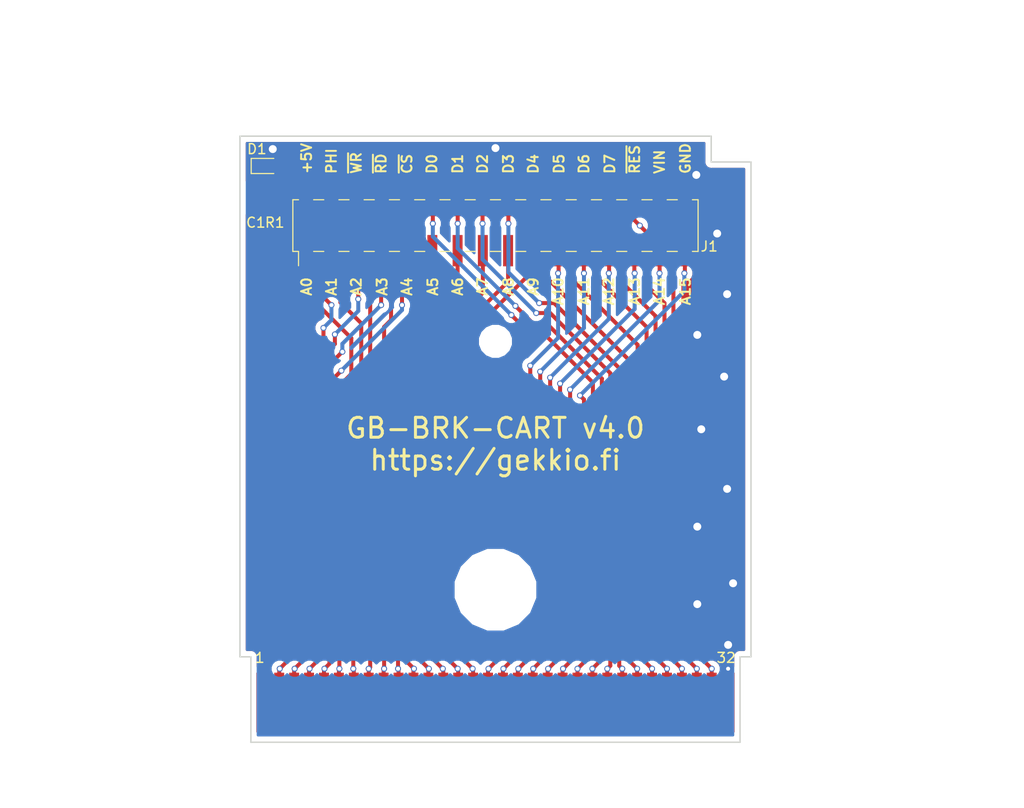
<source format=kicad_pcb>
(kicad_pcb (version 20171130) (host pcbnew 5.0.2-bee76a0~70~ubuntu18.10.1)

  (general
    (thickness 1)
    (drawings 49)
    (tracks 343)
    (zones 0)
    (modules 7)
    (nets 34)
  )

  (page A4)
  (title_block
    (title GB-BRK-CART)
    (rev v4.0)
    (company https://gekkio.fi)
  )

  (layers
    (0 F.Cu signal)
    (31 B.Cu signal)
    (32 B.Adhes user)
    (33 F.Adhes user)
    (34 B.Paste user)
    (35 F.Paste user)
    (36 B.SilkS user)
    (37 F.SilkS user)
    (38 B.Mask user)
    (39 F.Mask user)
    (40 Dwgs.User user)
    (41 Cmts.User user)
    (42 Eco1.User user)
    (43 Eco2.User user)
    (44 Edge.Cuts user)
    (45 Margin user)
    (46 B.CrtYd user)
    (47 F.CrtYd user)
    (48 B.Fab user)
    (49 F.Fab user)
  )

  (setup
    (last_trace_width 0.4)
    (user_trace_width 1)
    (trace_clearance 0.4)
    (zone_clearance 0.508)
    (zone_45_only yes)
    (trace_min 0.21)
    (segment_width 0.1)
    (edge_width 0.15)
    (via_size 0.6)
    (via_drill 0.4)
    (via_min_size 0.4)
    (via_min_drill 0.3)
    (uvia_size 0.3)
    (uvia_drill 0.1)
    (uvias_allowed no)
    (uvia_min_size 0.2)
    (uvia_min_drill 0.1)
    (pcb_text_width 0.3)
    (pcb_text_size 1.5 1.5)
    (mod_edge_width 0.15)
    (mod_text_size 1 1)
    (mod_text_width 0.15)
    (pad_size 2.25 2.25)
    (pad_drill 2.25)
    (pad_to_mask_clearance 0)
    (solder_mask_min_width 0.2)
    (aux_axis_origin 0 0)
    (visible_elements FFFFFF7F)
    (pcbplotparams
      (layerselection 0x010fc_ffffffff)
      (usegerberextensions false)
      (usegerberattributes false)
      (usegerberadvancedattributes false)
      (creategerberjobfile true)
      (excludeedgelayer false)
      (linewidth 0.100000)
      (plotframeref false)
      (viasonmask false)
      (mode 1)
      (useauxorigin false)
      (hpglpennumber 1)
      (hpglpenspeed 20)
      (hpglpendiameter 15.000000)
      (psnegative false)
      (psa4output false)
      (plotreference true)
      (plotvalue true)
      (plotinvisibletext false)
      (padsonsilk false)
      (subtractmaskfromsilk false)
      (outputformat 1)
      (mirror false)
      (drillshape 0)
      (scaleselection 1)
      (outputdirectory "gerber/"))
  )

  (net 0 "")
  (net 1 +5V)
  (net 2 GND)
  (net 3 "Net-(D1-Pad2)")
  (net 4 /A0)
  (net 5 /PHI)
  (net 6 /A1)
  (net 7 /A2)
  (net 8 /A3)
  (net 9 /A4)
  (net 10 /D0)
  (net 11 /A5)
  (net 12 /D1)
  (net 13 /A6)
  (net 14 /D2)
  (net 15 /A7)
  (net 16 /D3)
  (net 17 /A8)
  (net 18 /D4)
  (net 19 /A9)
  (net 20 /D5)
  (net 21 /A10)
  (net 22 /D6)
  (net 23 /A11)
  (net 24 /D7)
  (net 25 /A12)
  (net 26 /A13)
  (net 27 /VIN)
  (net 28 /A14)
  (net 29 /A15)
  (net 30 /~RES)
  (net 31 /~CS)
  (net 32 /~RD)
  (net 33 /~WR)

  (net_class Default "This is the default net class."
    (clearance 0.4)
    (trace_width 0.4)
    (via_dia 0.6)
    (via_drill 0.4)
    (uvia_dia 0.3)
    (uvia_drill 0.1)
    (diff_pair_gap 0.25)
    (diff_pair_width 0.4)
    (add_net /A0)
    (add_net /A1)
    (add_net /A10)
    (add_net /A11)
    (add_net /A12)
    (add_net /A13)
    (add_net /A14)
    (add_net /A15)
    (add_net /A2)
    (add_net /A3)
    (add_net /A4)
    (add_net /A5)
    (add_net /A6)
    (add_net /A7)
    (add_net /A8)
    (add_net /A9)
    (add_net /D0)
    (add_net /D1)
    (add_net /D2)
    (add_net /D3)
    (add_net /D4)
    (add_net /D5)
    (add_net /D6)
    (add_net /D7)
    (add_net /PHI)
    (add_net /VIN)
    (add_net /~CS)
    (add_net /~RD)
    (add_net /~RES)
    (add_net /~WR)
    (add_net "Net-(D1-Pad2)")
  )

  (net_class Power ""
    (clearance 0.4)
    (trace_width 0.8)
    (via_dia 1)
    (via_drill 0.8)
    (uvia_dia 0.3)
    (uvia_drill 0.1)
    (diff_pair_gap 0.25)
    (diff_pair_width 0.4)
    (add_net +5V)
    (add_net GND)
  )

  (module Gekkio_MountingHole:MountingHole_2.3mm locked (layer F.Cu) (tedit 5AE5CBA7) (tstamp 597D8AA2)
    (at 100 59.65)
    (descr "Mounting Hole 2.5mm, no annular")
    (tags "mounting hole 2.5mm no annular")
    (path /597D86AE)
    (attr virtual)
    (fp_text reference MK2 (at 0 -2.2) (layer F.SilkS) hide
      (effects (font (size 1 1) (thickness 0.15)))
    )
    (fp_text value DNF (at 0 2.2) (layer F.Fab) hide
      (effects (font (size 1 1) (thickness 0.15)))
    )
    (fp_circle (center 0 0) (end 1.7 0) (layer F.CrtYd) (width 0.05))
    (fp_text user %R (at 0.3 0) (layer F.Fab)
      (effects (font (size 1 1) (thickness 0.15)))
    )
    (pad "" np_thru_hole circle (at 0 0) (size 2.3 2.3) (drill 2.3) (layers *.Cu *.Mask))
  )

  (module Gekkio_MountingHole:MountingHole_7.2mm locked (layer F.Cu) (tedit 5AE5CB95) (tstamp 597D8A2E)
    (at 100 84.65)
    (descr "Mounting Hole 6.5mm, no annular")
    (tags "mounting hole 6.5mm no annular")
    (path /597D8607)
    (attr virtual)
    (fp_text reference MK1 (at 0 -5) (layer F.SilkS) hide
      (effects (font (size 1 1) (thickness 0.15)))
    )
    (fp_text value DNF (at 0 5) (layer F.Fab) hide
      (effects (font (size 1 1) (thickness 0.15)))
    )
    (fp_circle (center 0 0) (end 4.1 0) (layer F.CrtYd) (width 0.05))
    (fp_text user %R (at 0.3 0) (layer F.Fab)
      (effects (font (size 1 1) (thickness 0.15)))
    )
    (pad "" np_thru_hole circle (at 0 0) (size 7.2 7.2) (drill 7.2) (layers *.Cu *.Mask))
  )

  (module Connector_PinHeader_2.54mm:PinHeader_2x16_P2.54mm_Vertical_SMD locked (layer F.Cu) (tedit 5AE5C345) (tstamp 5A5FB526)
    (at 100 48 90)
    (descr "surface-mounted straight pin header, 2x16, 2.54mm pitch, double rows")
    (tags "Surface mounted pin header SMD 2x16 2.54mm double row")
    (path /5910D7D7)
    (attr smd)
    (fp_text reference J1 (at -2.1 21.5 180) (layer F.SilkS)
      (effects (font (size 1 1) (thickness 0.15)))
    )
    (fp_text value Conn_02x16_Odd_Even (at -7.9 0 180) (layer F.Fab) hide
      (effects (font (size 1 1) (thickness 0.15)))
    )
    (fp_text user %R (at 0 0 180) (layer F.Fab)
      (effects (font (size 1 1) (thickness 0.15)))
    )
    (fp_line (start 5.9 -20.85) (end -5.9 -20.85) (layer F.CrtYd) (width 0.05))
    (fp_line (start 5.9 20.85) (end 5.9 -20.85) (layer F.CrtYd) (width 0.05))
    (fp_line (start -5.9 20.85) (end 5.9 20.85) (layer F.CrtYd) (width 0.05))
    (fp_line (start -5.9 -20.85) (end -5.9 20.85) (layer F.CrtYd) (width 0.05))
    (fp_line (start 2.6 17.27) (end 2.6 18.29) (layer F.SilkS) (width 0.12))
    (fp_line (start -2.6 17.27) (end -2.6 18.29) (layer F.SilkS) (width 0.12))
    (fp_line (start 2.6 14.73) (end 2.6 15.75) (layer F.SilkS) (width 0.12))
    (fp_line (start -2.6 14.73) (end -2.6 15.75) (layer F.SilkS) (width 0.12))
    (fp_line (start 2.6 12.19) (end 2.6 13.21) (layer F.SilkS) (width 0.12))
    (fp_line (start -2.6 12.19) (end -2.6 13.21) (layer F.SilkS) (width 0.12))
    (fp_line (start 2.6 9.65) (end 2.6 10.67) (layer F.SilkS) (width 0.12))
    (fp_line (start -2.6 9.65) (end -2.6 10.67) (layer F.SilkS) (width 0.12))
    (fp_line (start 2.6 7.11) (end 2.6 8.13) (layer F.SilkS) (width 0.12))
    (fp_line (start -2.6 7.11) (end -2.6 8.13) (layer F.SilkS) (width 0.12))
    (fp_line (start 2.6 4.57) (end 2.6 5.59) (layer F.SilkS) (width 0.12))
    (fp_line (start -2.6 4.57) (end -2.6 5.59) (layer F.SilkS) (width 0.12))
    (fp_line (start 2.6 2.03) (end 2.6 3.05) (layer F.SilkS) (width 0.12))
    (fp_line (start -2.6 2.03) (end -2.6 3.05) (layer F.SilkS) (width 0.12))
    (fp_line (start 2.6 -0.51) (end 2.6 0.51) (layer F.SilkS) (width 0.12))
    (fp_line (start -2.6 -0.51) (end -2.6 0.51) (layer F.SilkS) (width 0.12))
    (fp_line (start 2.6 -3.05) (end 2.6 -2.03) (layer F.SilkS) (width 0.12))
    (fp_line (start -2.6 -3.05) (end -2.6 -2.03) (layer F.SilkS) (width 0.12))
    (fp_line (start 2.6 -5.59) (end 2.6 -4.57) (layer F.SilkS) (width 0.12))
    (fp_line (start -2.6 -5.59) (end -2.6 -4.57) (layer F.SilkS) (width 0.12))
    (fp_line (start 2.6 -8.13) (end 2.6 -7.11) (layer F.SilkS) (width 0.12))
    (fp_line (start -2.6 -8.13) (end -2.6 -7.11) (layer F.SilkS) (width 0.12))
    (fp_line (start 2.6 -10.67) (end 2.6 -9.65) (layer F.SilkS) (width 0.12))
    (fp_line (start -2.6 -10.67) (end -2.6 -9.65) (layer F.SilkS) (width 0.12))
    (fp_line (start 2.6 -13.21) (end 2.6 -12.19) (layer F.SilkS) (width 0.12))
    (fp_line (start -2.6 -13.21) (end -2.6 -12.19) (layer F.SilkS) (width 0.12))
    (fp_line (start 2.6 -15.75) (end 2.6 -14.73) (layer F.SilkS) (width 0.12))
    (fp_line (start -2.6 -15.75) (end -2.6 -14.73) (layer F.SilkS) (width 0.12))
    (fp_line (start 2.6 -18.29) (end 2.6 -17.27) (layer F.SilkS) (width 0.12))
    (fp_line (start -2.6 -18.29) (end -2.6 -17.27) (layer F.SilkS) (width 0.12))
    (fp_line (start 2.6 19.81) (end 2.6 20.38) (layer F.SilkS) (width 0.12))
    (fp_line (start -2.6 19.81) (end -2.6 20.38) (layer F.SilkS) (width 0.12))
    (fp_line (start 2.6 -20.38) (end 2.6 -19.81) (layer F.SilkS) (width 0.12))
    (fp_line (start -2.6 -20.38) (end -2.6 -19.81) (layer F.SilkS) (width 0.12))
    (fp_line (start -4.04 -19.81) (end -2.6 -19.81) (layer F.SilkS) (width 0.12))
    (fp_line (start -2.6 20.38) (end 2.6 20.38) (layer F.SilkS) (width 0.12))
    (fp_line (start -2.6 -20.38) (end 2.6 -20.38) (layer F.SilkS) (width 0.12))
    (fp_line (start 3.6 19.37) (end 2.54 19.37) (layer F.Fab) (width 0.1))
    (fp_line (start 3.6 18.73) (end 3.6 19.37) (layer F.Fab) (width 0.1))
    (fp_line (start 2.54 18.73) (end 3.6 18.73) (layer F.Fab) (width 0.1))
    (fp_line (start -3.6 19.37) (end -2.54 19.37) (layer F.Fab) (width 0.1))
    (fp_line (start -3.6 18.73) (end -3.6 19.37) (layer F.Fab) (width 0.1))
    (fp_line (start -2.54 18.73) (end -3.6 18.73) (layer F.Fab) (width 0.1))
    (fp_line (start 3.6 16.83) (end 2.54 16.83) (layer F.Fab) (width 0.1))
    (fp_line (start 3.6 16.19) (end 3.6 16.83) (layer F.Fab) (width 0.1))
    (fp_line (start 2.54 16.19) (end 3.6 16.19) (layer F.Fab) (width 0.1))
    (fp_line (start -3.6 16.83) (end -2.54 16.83) (layer F.Fab) (width 0.1))
    (fp_line (start -3.6 16.19) (end -3.6 16.83) (layer F.Fab) (width 0.1))
    (fp_line (start -2.54 16.19) (end -3.6 16.19) (layer F.Fab) (width 0.1))
    (fp_line (start 3.6 14.29) (end 2.54 14.29) (layer F.Fab) (width 0.1))
    (fp_line (start 3.6 13.65) (end 3.6 14.29) (layer F.Fab) (width 0.1))
    (fp_line (start 2.54 13.65) (end 3.6 13.65) (layer F.Fab) (width 0.1))
    (fp_line (start -3.6 14.29) (end -2.54 14.29) (layer F.Fab) (width 0.1))
    (fp_line (start -3.6 13.65) (end -3.6 14.29) (layer F.Fab) (width 0.1))
    (fp_line (start -2.54 13.65) (end -3.6 13.65) (layer F.Fab) (width 0.1))
    (fp_line (start 3.6 11.75) (end 2.54 11.75) (layer F.Fab) (width 0.1))
    (fp_line (start 3.6 11.11) (end 3.6 11.75) (layer F.Fab) (width 0.1))
    (fp_line (start 2.54 11.11) (end 3.6 11.11) (layer F.Fab) (width 0.1))
    (fp_line (start -3.6 11.75) (end -2.54 11.75) (layer F.Fab) (width 0.1))
    (fp_line (start -3.6 11.11) (end -3.6 11.75) (layer F.Fab) (width 0.1))
    (fp_line (start -2.54 11.11) (end -3.6 11.11) (layer F.Fab) (width 0.1))
    (fp_line (start 3.6 9.21) (end 2.54 9.21) (layer F.Fab) (width 0.1))
    (fp_line (start 3.6 8.57) (end 3.6 9.21) (layer F.Fab) (width 0.1))
    (fp_line (start 2.54 8.57) (end 3.6 8.57) (layer F.Fab) (width 0.1))
    (fp_line (start -3.6 9.21) (end -2.54 9.21) (layer F.Fab) (width 0.1))
    (fp_line (start -3.6 8.57) (end -3.6 9.21) (layer F.Fab) (width 0.1))
    (fp_line (start -2.54 8.57) (end -3.6 8.57) (layer F.Fab) (width 0.1))
    (fp_line (start 3.6 6.67) (end 2.54 6.67) (layer F.Fab) (width 0.1))
    (fp_line (start 3.6 6.03) (end 3.6 6.67) (layer F.Fab) (width 0.1))
    (fp_line (start 2.54 6.03) (end 3.6 6.03) (layer F.Fab) (width 0.1))
    (fp_line (start -3.6 6.67) (end -2.54 6.67) (layer F.Fab) (width 0.1))
    (fp_line (start -3.6 6.03) (end -3.6 6.67) (layer F.Fab) (width 0.1))
    (fp_line (start -2.54 6.03) (end -3.6 6.03) (layer F.Fab) (width 0.1))
    (fp_line (start 3.6 4.13) (end 2.54 4.13) (layer F.Fab) (width 0.1))
    (fp_line (start 3.6 3.49) (end 3.6 4.13) (layer F.Fab) (width 0.1))
    (fp_line (start 2.54 3.49) (end 3.6 3.49) (layer F.Fab) (width 0.1))
    (fp_line (start -3.6 4.13) (end -2.54 4.13) (layer F.Fab) (width 0.1))
    (fp_line (start -3.6 3.49) (end -3.6 4.13) (layer F.Fab) (width 0.1))
    (fp_line (start -2.54 3.49) (end -3.6 3.49) (layer F.Fab) (width 0.1))
    (fp_line (start 3.6 1.59) (end 2.54 1.59) (layer F.Fab) (width 0.1))
    (fp_line (start 3.6 0.95) (end 3.6 1.59) (layer F.Fab) (width 0.1))
    (fp_line (start 2.54 0.95) (end 3.6 0.95) (layer F.Fab) (width 0.1))
    (fp_line (start -3.6 1.59) (end -2.54 1.59) (layer F.Fab) (width 0.1))
    (fp_line (start -3.6 0.95) (end -3.6 1.59) (layer F.Fab) (width 0.1))
    (fp_line (start -2.54 0.95) (end -3.6 0.95) (layer F.Fab) (width 0.1))
    (fp_line (start 3.6 -0.95) (end 2.54 -0.95) (layer F.Fab) (width 0.1))
    (fp_line (start 3.6 -1.59) (end 3.6 -0.95) (layer F.Fab) (width 0.1))
    (fp_line (start 2.54 -1.59) (end 3.6 -1.59) (layer F.Fab) (width 0.1))
    (fp_line (start -3.6 -0.95) (end -2.54 -0.95) (layer F.Fab) (width 0.1))
    (fp_line (start -3.6 -1.59) (end -3.6 -0.95) (layer F.Fab) (width 0.1))
    (fp_line (start -2.54 -1.59) (end -3.6 -1.59) (layer F.Fab) (width 0.1))
    (fp_line (start 3.6 -3.49) (end 2.54 -3.49) (layer F.Fab) (width 0.1))
    (fp_line (start 3.6 -4.13) (end 3.6 -3.49) (layer F.Fab) (width 0.1))
    (fp_line (start 2.54 -4.13) (end 3.6 -4.13) (layer F.Fab) (width 0.1))
    (fp_line (start -3.6 -3.49) (end -2.54 -3.49) (layer F.Fab) (width 0.1))
    (fp_line (start -3.6 -4.13) (end -3.6 -3.49) (layer F.Fab) (width 0.1))
    (fp_line (start -2.54 -4.13) (end -3.6 -4.13) (layer F.Fab) (width 0.1))
    (fp_line (start 3.6 -6.03) (end 2.54 -6.03) (layer F.Fab) (width 0.1))
    (fp_line (start 3.6 -6.67) (end 3.6 -6.03) (layer F.Fab) (width 0.1))
    (fp_line (start 2.54 -6.67) (end 3.6 -6.67) (layer F.Fab) (width 0.1))
    (fp_line (start -3.6 -6.03) (end -2.54 -6.03) (layer F.Fab) (width 0.1))
    (fp_line (start -3.6 -6.67) (end -3.6 -6.03) (layer F.Fab) (width 0.1))
    (fp_line (start -2.54 -6.67) (end -3.6 -6.67) (layer F.Fab) (width 0.1))
    (fp_line (start 3.6 -8.57) (end 2.54 -8.57) (layer F.Fab) (width 0.1))
    (fp_line (start 3.6 -9.21) (end 3.6 -8.57) (layer F.Fab) (width 0.1))
    (fp_line (start 2.54 -9.21) (end 3.6 -9.21) (layer F.Fab) (width 0.1))
    (fp_line (start -3.6 -8.57) (end -2.54 -8.57) (layer F.Fab) (width 0.1))
    (fp_line (start -3.6 -9.21) (end -3.6 -8.57) (layer F.Fab) (width 0.1))
    (fp_line (start -2.54 -9.21) (end -3.6 -9.21) (layer F.Fab) (width 0.1))
    (fp_line (start 3.6 -11.11) (end 2.54 -11.11) (layer F.Fab) (width 0.1))
    (fp_line (start 3.6 -11.75) (end 3.6 -11.11) (layer F.Fab) (width 0.1))
    (fp_line (start 2.54 -11.75) (end 3.6 -11.75) (layer F.Fab) (width 0.1))
    (fp_line (start -3.6 -11.11) (end -2.54 -11.11) (layer F.Fab) (width 0.1))
    (fp_line (start -3.6 -11.75) (end -3.6 -11.11) (layer F.Fab) (width 0.1))
    (fp_line (start -2.54 -11.75) (end -3.6 -11.75) (layer F.Fab) (width 0.1))
    (fp_line (start 3.6 -13.65) (end 2.54 -13.65) (layer F.Fab) (width 0.1))
    (fp_line (start 3.6 -14.29) (end 3.6 -13.65) (layer F.Fab) (width 0.1))
    (fp_line (start 2.54 -14.29) (end 3.6 -14.29) (layer F.Fab) (width 0.1))
    (fp_line (start -3.6 -13.65) (end -2.54 -13.65) (layer F.Fab) (width 0.1))
    (fp_line (start -3.6 -14.29) (end -3.6 -13.65) (layer F.Fab) (width 0.1))
    (fp_line (start -2.54 -14.29) (end -3.6 -14.29) (layer F.Fab) (width 0.1))
    (fp_line (start 3.6 -16.19) (end 2.54 -16.19) (layer F.Fab) (width 0.1))
    (fp_line (start 3.6 -16.83) (end 3.6 -16.19) (layer F.Fab) (width 0.1))
    (fp_line (start 2.54 -16.83) (end 3.6 -16.83) (layer F.Fab) (width 0.1))
    (fp_line (start -3.6 -16.19) (end -2.54 -16.19) (layer F.Fab) (width 0.1))
    (fp_line (start -3.6 -16.83) (end -3.6 -16.19) (layer F.Fab) (width 0.1))
    (fp_line (start -2.54 -16.83) (end -3.6 -16.83) (layer F.Fab) (width 0.1))
    (fp_line (start 3.6 -18.73) (end 2.54 -18.73) (layer F.Fab) (width 0.1))
    (fp_line (start 3.6 -19.37) (end 3.6 -18.73) (layer F.Fab) (width 0.1))
    (fp_line (start 2.54 -19.37) (end 3.6 -19.37) (layer F.Fab) (width 0.1))
    (fp_line (start -3.6 -18.73) (end -2.54 -18.73) (layer F.Fab) (width 0.1))
    (fp_line (start -3.6 -19.37) (end -3.6 -18.73) (layer F.Fab) (width 0.1))
    (fp_line (start -2.54 -19.37) (end -3.6 -19.37) (layer F.Fab) (width 0.1))
    (fp_line (start 2.54 -20.32) (end 2.54 20.32) (layer F.Fab) (width 0.1))
    (fp_line (start -2.54 -19.37) (end -1.59 -20.32) (layer F.Fab) (width 0.1))
    (fp_line (start -2.54 20.32) (end -2.54 -19.37) (layer F.Fab) (width 0.1))
    (fp_line (start -1.59 -20.32) (end 2.54 -20.32) (layer F.Fab) (width 0.1))
    (fp_line (start 2.54 20.32) (end -2.54 20.32) (layer F.Fab) (width 0.1))
    (pad 32 smd rect (at 2.525 19.05 90) (size 3.15 1) (layers F.Cu F.Paste F.Mask)
      (net 2 GND))
    (pad 31 smd rect (at -2.525 19.05 90) (size 3.15 1) (layers F.Cu F.Paste F.Mask)
      (net 29 /A15))
    (pad 30 smd rect (at 2.525 16.51 90) (size 3.15 1) (layers F.Cu F.Paste F.Mask)
      (net 27 /VIN))
    (pad 29 smd rect (at -2.525 16.51 90) (size 3.15 1) (layers F.Cu F.Paste F.Mask)
      (net 28 /A14))
    (pad 28 smd rect (at 2.525 13.97 90) (size 3.15 1) (layers F.Cu F.Paste F.Mask)
      (net 30 /~RES))
    (pad 27 smd rect (at -2.525 13.97 90) (size 3.15 1) (layers F.Cu F.Paste F.Mask)
      (net 26 /A13))
    (pad 26 smd rect (at 2.525 11.43 90) (size 3.15 1) (layers F.Cu F.Paste F.Mask)
      (net 24 /D7))
    (pad 25 smd rect (at -2.525 11.43 90) (size 3.15 1) (layers F.Cu F.Paste F.Mask)
      (net 25 /A12))
    (pad 24 smd rect (at 2.525 8.89 90) (size 3.15 1) (layers F.Cu F.Paste F.Mask)
      (net 22 /D6))
    (pad 23 smd rect (at -2.525 8.89 90) (size 3.15 1) (layers F.Cu F.Paste F.Mask)
      (net 23 /A11))
    (pad 22 smd rect (at 2.525 6.35 90) (size 3.15 1) (layers F.Cu F.Paste F.Mask)
      (net 20 /D5))
    (pad 21 smd rect (at -2.525 6.35 90) (size 3.15 1) (layers F.Cu F.Paste F.Mask)
      (net 21 /A10))
    (pad 20 smd rect (at 2.525 3.81 90) (size 3.15 1) (layers F.Cu F.Paste F.Mask)
      (net 18 /D4))
    (pad 19 smd rect (at -2.525 3.81 90) (size 3.15 1) (layers F.Cu F.Paste F.Mask)
      (net 19 /A9))
    (pad 18 smd rect (at 2.525 1.27 90) (size 3.15 1) (layers F.Cu F.Paste F.Mask)
      (net 16 /D3))
    (pad 17 smd rect (at -2.525 1.27 90) (size 3.15 1) (layers F.Cu F.Paste F.Mask)
      (net 17 /A8))
    (pad 16 smd rect (at 2.525 -1.27 90) (size 3.15 1) (layers F.Cu F.Paste F.Mask)
      (net 14 /D2))
    (pad 15 smd rect (at -2.525 -1.27 90) (size 3.15 1) (layers F.Cu F.Paste F.Mask)
      (net 15 /A7))
    (pad 14 smd rect (at 2.525 -3.81 90) (size 3.15 1) (layers F.Cu F.Paste F.Mask)
      (net 12 /D1))
    (pad 13 smd rect (at -2.525 -3.81 90) (size 3.15 1) (layers F.Cu F.Paste F.Mask)
      (net 13 /A6))
    (pad 12 smd rect (at 2.525 -6.35 90) (size 3.15 1) (layers F.Cu F.Paste F.Mask)
      (net 10 /D0))
    (pad 11 smd rect (at -2.525 -6.35 90) (size 3.15 1) (layers F.Cu F.Paste F.Mask)
      (net 11 /A5))
    (pad 10 smd rect (at 2.525 -8.89 90) (size 3.15 1) (layers F.Cu F.Paste F.Mask)
      (net 31 /~CS))
    (pad 9 smd rect (at -2.525 -8.89 90) (size 3.15 1) (layers F.Cu F.Paste F.Mask)
      (net 9 /A4))
    (pad 8 smd rect (at 2.525 -11.43 90) (size 3.15 1) (layers F.Cu F.Paste F.Mask)
      (net 32 /~RD))
    (pad 7 smd rect (at -2.525 -11.43 90) (size 3.15 1) (layers F.Cu F.Paste F.Mask)
      (net 8 /A3))
    (pad 6 smd rect (at 2.525 -13.97 90) (size 3.15 1) (layers F.Cu F.Paste F.Mask)
      (net 33 /~WR))
    (pad 5 smd rect (at -2.525 -13.97 90) (size 3.15 1) (layers F.Cu F.Paste F.Mask)
      (net 7 /A2))
    (pad 4 smd rect (at 2.525 -16.51 90) (size 3.15 1) (layers F.Cu F.Paste F.Mask)
      (net 5 /PHI))
    (pad 3 smd rect (at -2.525 -16.51 90) (size 3.15 1) (layers F.Cu F.Paste F.Mask)
      (net 6 /A1))
    (pad 2 smd rect (at 2.525 -19.05 90) (size 3.15 1) (layers F.Cu F.Paste F.Mask)
      (net 1 +5V))
    (pad 1 smd rect (at -2.525 -19.05 90) (size 3.15 1) (layers F.Cu F.Paste F.Mask)
      (net 4 /A0))
    (model ${KISYS3DMOD}/Connector_PinHeader_2.54mm.3dshapes/PinHeader_2x16_P2.54mm_Vertical_SMD.wrl
      (at (xyz 0 0 0))
      (scale (xyz 1 1 1))
      (rotate (xyz 0 0 0))
    )
  )

  (module Resistor_SMD:R_0603_1608Metric (layer F.Cu) (tedit 5AE5C725) (tstamp 5A5FB55D)
    (at 77.8 45.2 90)
    (descr "Resistor SMD 0603 (1608 Metric), square (rectangular) end terminal, IPC_7351 nominal, (Body size source: http://www.tortai-tech.com/upload/download/2011102023233369053.pdf), generated with kicad-footprint-generator")
    (tags resistor)
    (path /5910CAE9)
    (attr smd)
    (fp_text reference R1 (at -2.5 0 180) (layer F.SilkS)
      (effects (font (size 1 1) (thickness 0.15)))
    )
    (fp_text value 3.3k (at -4 -0.1 180) (layer F.Fab)
      (effects (font (size 1 1) (thickness 0.15)))
    )
    (fp_text user %R (at 0 0 90) (layer F.Fab)
      (effects (font (size 0.4 0.4) (thickness 0.06)))
    )
    (fp_line (start 1.46 0.75) (end -1.46 0.75) (layer F.CrtYd) (width 0.05))
    (fp_line (start 1.46 -0.75) (end 1.46 0.75) (layer F.CrtYd) (width 0.05))
    (fp_line (start -1.46 -0.75) (end 1.46 -0.75) (layer F.CrtYd) (width 0.05))
    (fp_line (start -1.46 0.75) (end -1.46 -0.75) (layer F.CrtYd) (width 0.05))
    (fp_line (start 0.8 0.4) (end -0.8 0.4) (layer F.Fab) (width 0.1))
    (fp_line (start 0.8 -0.4) (end 0.8 0.4) (layer F.Fab) (width 0.1))
    (fp_line (start -0.8 -0.4) (end 0.8 -0.4) (layer F.Fab) (width 0.1))
    (fp_line (start -0.8 0.4) (end -0.8 -0.4) (layer F.Fab) (width 0.1))
    (pad 2 smd rect (at 0.8 0 90) (size 0.82 1) (layers F.Cu F.Paste F.Mask)
      (net 3 "Net-(D1-Pad2)"))
    (pad 1 smd rect (at -0.8 0 90) (size 0.82 1) (layers F.Cu F.Paste F.Mask)
      (net 1 +5V))
    (model ${KISYS3DMOD}/Resistor_SMD.3dshapes/R_0603_1608Metric.wrl
      (at (xyz 0 0 0))
      (scale (xyz 1 1 1))
      (rotate (xyz 0 0 0))
    )
  )

  (module LED_SMD:LED_0603_1608Metric (layer F.Cu) (tedit 5AC5DB75) (tstamp 5AE6AD03)
    (at 76.9 42)
    (descr "LED SMD 0603 (1608 Metric), square (rectangular) end terminal, IPC_7351 nominal, (Body size source: http://www.tortai-tech.com/upload/download/2011102023233369053.pdf), generated with kicad-footprint-generator")
    (tags diode)
    (path /5910CC2A)
    (attr smd)
    (fp_text reference D1 (at -0.9 -1.7) (layer F.SilkS)
      (effects (font (size 1 1) (thickness 0.15)))
    )
    (fp_text value LED_R (at -5.1 0) (layer F.Fab)
      (effects (font (size 1 1) (thickness 0.15)))
    )
    (fp_text user %R (at 0 0) (layer F.Fab)
      (effects (font (size 0.4 0.4) (thickness 0.06)))
    )
    (fp_line (start 1.46 0.75) (end -1.46 0.75) (layer F.CrtYd) (width 0.05))
    (fp_line (start 1.46 -0.75) (end 1.46 0.75) (layer F.CrtYd) (width 0.05))
    (fp_line (start -1.46 -0.75) (end 1.46 -0.75) (layer F.CrtYd) (width 0.05))
    (fp_line (start -1.46 0.75) (end -1.46 -0.75) (layer F.CrtYd) (width 0.05))
    (fp_line (start -1.47 0.76) (end 0.8 0.76) (layer F.SilkS) (width 0.12))
    (fp_line (start -1.47 -0.76) (end -1.47 0.76) (layer F.SilkS) (width 0.12))
    (fp_line (start 0.8 -0.76) (end -1.47 -0.76) (layer F.SilkS) (width 0.12))
    (fp_line (start 0.8 0.4) (end 0.8 -0.4) (layer F.Fab) (width 0.1))
    (fp_line (start -0.8 0.4) (end 0.8 0.4) (layer F.Fab) (width 0.1))
    (fp_line (start -0.8 -0.1) (end -0.8 0.4) (layer F.Fab) (width 0.1))
    (fp_line (start -0.5 -0.4) (end -0.8 -0.1) (layer F.Fab) (width 0.1))
    (fp_line (start 0.8 -0.4) (end -0.5 -0.4) (layer F.Fab) (width 0.1))
    (pad 2 smd rect (at 0.8 0) (size 0.82 1) (layers F.Cu F.Paste F.Mask)
      (net 3 "Net-(D1-Pad2)"))
    (pad 1 smd rect (at -0.8 0) (size 0.82 1) (layers F.Cu F.Paste F.Mask)
      (net 2 GND))
    (model ${KISYS3DMOD}/LED_SMD.3dshapes/LED_0603_1608Metric.wrl
      (at (xyz 0 0 0))
      (scale (xyz 1 1 1))
      (rotate (xyz 0 0 0))
    )
  )

  (module Gekkio_Connector_PCBEdge:GameBoy_Cartridge_1x32_P1.50mm_Edge locked (layer F.Cu) (tedit 5AE5C1F2) (tstamp 5AE69F75)
    (at 100 96)
    (descr "Game Boy cartridge edge connector")
    (tags "gameboy cartridge")
    (path /5AE6A112)
    (attr virtual)
    (fp_text reference J2 (at 0 -6) (layer F.SilkS) hide
      (effects (font (size 1 1) (thickness 0.15)))
    )
    (fp_text value DNF (at 0 -8) (layer F.Fab) hide
      (effects (font (size 1 1) (thickness 0.15)))
    )
    (fp_line (start 24.6 -3.5) (end 24.6 3.5) (layer F.CrtYd) (width 0.05))
    (fp_line (start 24.6 3.5) (end -24.6 3.5) (layer F.CrtYd) (width 0.05))
    (fp_line (start -24.6 3.5) (end -24.6 -3.5) (layer F.CrtYd) (width 0.05))
    (fp_line (start -24.6 -3.5) (end 24.6 -3.5) (layer F.CrtYd) (width 0.05))
    (fp_line (start -24.6 -4.6) (end -25.7 -4.6) (layer F.Fab) (width 0.1))
    (fp_line (start -25.7 -4.6) (end -25.7 -7) (layer F.Fab) (width 0.1))
    (fp_line (start 24.6 -4.6) (end 25.7 -4.6) (layer F.Fab) (width 0.1))
    (fp_line (start 25.7 -4.6) (end 25.7 -7) (layer F.Fab) (width 0.1))
    (fp_line (start 24.6 4) (end 24.6 -4.6) (layer F.Fab) (width 0.1))
    (fp_line (start -24.6 4) (end -24.6 -4.6) (layer F.Fab) (width 0.1))
    (fp_line (start -24.6 4) (end 24.6 4) (layer F.Fab) (width 0.1))
    (fp_text user %R (at 0 3) (layer F.Fab)
      (effects (font (size 0.6 0.6) (thickness 0.08)))
    )
    (fp_text user 32 (at 23.2 -4.5) (layer F.SilkS)
      (effects (font (size 1 1) (thickness 0.15)))
    )
    (fp_text user 1 (at -23.7 -4.5) (layer F.SilkS)
      (effects (font (size 1 1) (thickness 0.15)))
    )
    (pad 32 connect rect (at 23.4 0 90) (size 6 1.3) (layers F.Cu F.Mask)
      (net 2 GND))
    (pad 31 connect rect (at 21.75 -0.25 90) (size 5.5 1) (layers F.Cu F.Mask)
      (net 27 /VIN))
    (pad 30 connect rect (at 20.25 -0.25 90) (size 5.5 1) (layers F.Cu F.Mask)
      (net 30 /~RES))
    (pad 29 connect rect (at 18.75 -0.25 90) (size 5.5 1) (layers F.Cu F.Mask)
      (net 24 /D7))
    (pad 28 connect rect (at 17.25 -0.25 90) (size 5.5 1) (layers F.Cu F.Mask)
      (net 22 /D6))
    (pad 27 connect rect (at 15.75 -0.25 90) (size 5.5 1) (layers F.Cu F.Mask)
      (net 20 /D5))
    (pad 26 connect rect (at 14.25 -0.25 90) (size 5.5 1) (layers F.Cu F.Mask)
      (net 18 /D4))
    (pad 25 connect rect (at 12.75 -0.25 90) (size 5.5 1) (layers F.Cu F.Mask)
      (net 16 /D3))
    (pad 24 connect rect (at 11.25 -0.25 90) (size 5.5 1) (layers F.Cu F.Mask)
      (net 14 /D2))
    (pad 23 connect rect (at 9.75 -0.25 90) (size 5.5 1) (layers F.Cu F.Mask)
      (net 12 /D1))
    (pad 22 connect rect (at 8.25 -0.25 90) (size 5.5 1) (layers F.Cu F.Mask)
      (net 10 /D0))
    (pad 21 connect rect (at 6.75 -0.25 90) (size 5.5 1) (layers F.Cu F.Mask)
      (net 29 /A15))
    (pad 20 connect rect (at 5.25 -0.25 90) (size 5.5 1) (layers F.Cu F.Mask)
      (net 28 /A14))
    (pad 19 connect rect (at 3.75 -0.25 90) (size 5.5 1) (layers F.Cu F.Mask)
      (net 26 /A13))
    (pad 18 connect rect (at 2.25 -0.25 90) (size 5.5 1) (layers F.Cu F.Mask)
      (net 25 /A12))
    (pad 17 connect rect (at 0.75 -0.25 90) (size 5.5 1) (layers F.Cu F.Mask)
      (net 23 /A11))
    (pad 16 connect rect (at -0.75 -0.25 90) (size 5.5 1) (layers F.Cu F.Mask)
      (net 21 /A10))
    (pad 15 connect rect (at -2.25 -0.25 90) (size 5.5 1) (layers F.Cu F.Mask)
      (net 19 /A9))
    (pad 14 connect rect (at -3.75 -0.25 90) (size 5.5 1) (layers F.Cu F.Mask)
      (net 17 /A8))
    (pad 13 connect rect (at -5.25 -0.25 90) (size 5.5 1) (layers F.Cu F.Mask)
      (net 15 /A7))
    (pad 12 connect rect (at -6.75 -0.25 90) (size 5.5 1) (layers F.Cu F.Mask)
      (net 13 /A6))
    (pad 11 connect rect (at -8.25 -0.25 90) (size 5.5 1) (layers F.Cu F.Mask)
      (net 11 /A5))
    (pad 10 connect rect (at -9.75 -0.25 90) (size 5.5 1) (layers F.Cu F.Mask)
      (net 9 /A4))
    (pad 9 connect rect (at -11.25 -0.25 90) (size 5.5 1) (layers F.Cu F.Mask)
      (net 8 /A3))
    (pad 8 connect rect (at -12.75 -0.25 90) (size 5.5 1) (layers F.Cu F.Mask)
      (net 7 /A2))
    (pad 7 connect rect (at -14.25 -0.25 90) (size 5.5 1) (layers F.Cu F.Mask)
      (net 6 /A1))
    (pad 6 connect rect (at -15.75 -0.25 90) (size 5.5 1) (layers F.Cu F.Mask)
      (net 4 /A0))
    (pad 5 connect rect (at -17.25 -0.25 90) (size 5.5 1) (layers F.Cu F.Mask)
      (net 31 /~CS))
    (pad 4 connect rect (at -18.75 -0.25 90) (size 5.5 1) (layers F.Cu F.Mask)
      (net 32 /~RD))
    (pad 3 connect rect (at -20.25 -0.25 90) (size 5.5 1) (layers F.Cu F.Mask)
      (net 33 /~WR))
    (pad 1 connect rect (at -23.4 0 90) (size 6 1.3) (layers F.Cu F.Mask)
      (net 1 +5V))
    (pad 2 connect rect (at -21.75 -0.25 90) (size 5.5 1) (layers F.Cu F.Mask)
      (net 5 /PHI))
  )

  (module Capacitor_SMD:C_0603_1608Metric (layer F.Cu) (tedit 5AC5DB74) (tstamp 5AE6ABD2)
    (at 75.9 45.2 90)
    (descr "Capacitor SMD 0603 (1608 Metric), square (rectangular) end terminal, IPC_7351 nominal, (Body size source: http://www.tortai-tech.com/upload/download/2011102023233369053.pdf), generated with kicad-footprint-generator")
    (tags capacitor)
    (path /5AE6C201)
    (attr smd)
    (fp_text reference C1 (at -2.5 0 180) (layer F.SilkS)
      (effects (font (size 1 1) (thickness 0.15)))
    )
    (fp_text value 0.1uF (at 0 -4 180) (layer F.Fab)
      (effects (font (size 1 1) (thickness 0.15)))
    )
    (fp_line (start -0.8 0.4) (end -0.8 -0.4) (layer F.Fab) (width 0.1))
    (fp_line (start -0.8 -0.4) (end 0.8 -0.4) (layer F.Fab) (width 0.1))
    (fp_line (start 0.8 -0.4) (end 0.8 0.4) (layer F.Fab) (width 0.1))
    (fp_line (start 0.8 0.4) (end -0.8 0.4) (layer F.Fab) (width 0.1))
    (fp_line (start -1.46 0.75) (end -1.46 -0.75) (layer F.CrtYd) (width 0.05))
    (fp_line (start -1.46 -0.75) (end 1.46 -0.75) (layer F.CrtYd) (width 0.05))
    (fp_line (start 1.46 -0.75) (end 1.46 0.75) (layer F.CrtYd) (width 0.05))
    (fp_line (start 1.46 0.75) (end -1.46 0.75) (layer F.CrtYd) (width 0.05))
    (fp_text user %R (at 0 0 90) (layer F.Fab)
      (effects (font (size 0.4 0.4) (thickness 0.06)))
    )
    (pad 1 smd rect (at -0.8 0 90) (size 0.82 1) (layers F.Cu F.Paste F.Mask)
      (net 1 +5V))
    (pad 2 smd rect (at 0.8 0 90) (size 0.82 1) (layers F.Cu F.Paste F.Mask)
      (net 2 GND))
    (model ${KISYS3DMOD}/Capacitor_SMD.3dshapes/C_0603_1608Metric.wrl
      (at (xyz 0 0 0))
      (scale (xyz 1 1 1))
      (rotate (xyz 0 0 0))
    )
  )

  (gr_text "PCB size: 51.4x61mm\nPCB thickness: 1.0mm" (at 127 104) (layer F.Fab) (tstamp 5B435DDA)
    (effects (font (size 1.5 1.5) (thickness 0.3)) (justify left))
  )
  (dimension 52.4 (width 0.3) (layer F.Fab)
    (gr_text "52,400 mm" (at 56.45 65.2 270) (layer F.Fab)
      (effects (font (size 1.5 1.5) (thickness 0.3)))
    )
    (feature1 (pts (xy 66 91.4) (xy 55.1 91.4)))
    (feature2 (pts (xy 66 39) (xy 55.1 39)))
    (crossbar (pts (xy 57.8 39) (xy 57.8 91.4)))
    (arrow1a (pts (xy 57.8 91.4) (xy 57.213579 90.273496)))
    (arrow1b (pts (xy 57.8 91.4) (xy 58.386421 90.273496)))
    (arrow2a (pts (xy 57.8 39) (xy 57.213579 40.126504)))
    (arrow2b (pts (xy 57.8 39) (xy 58.386421 40.126504)))
  )
  (dimension 61 (width 0.3) (layer F.Fab)
    (gr_text "61,000 mm" (at 140.15 69.5 270) (layer F.Fab)
      (effects (font (size 1.5 1.5) (thickness 0.3)))
    )
    (feature1 (pts (xy 130 100) (xy 141.5 100)))
    (feature2 (pts (xy 130 39) (xy 141.5 39)))
    (crossbar (pts (xy 138.8 39) (xy 138.8 100)))
    (arrow1a (pts (xy 138.8 100) (xy 138.213579 98.873496)))
    (arrow1b (pts (xy 138.8 100) (xy 139.386421 98.873496)))
    (arrow2a (pts (xy 138.8 39) (xy 138.213579 40.126504)))
    (arrow2b (pts (xy 138.8 39) (xy 139.386421 40.126504)))
  )
  (dimension 51.4 (width 0.3) (layer F.Fab)
    (gr_text "51,400 mm" (at 100 27.15) (layer F.Fab)
      (effects (font (size 1.5 1.5) (thickness 0.3)))
    )
    (feature1 (pts (xy 125.7 38.5) (xy 125.7 25.8)))
    (feature2 (pts (xy 74.3 38.5) (xy 74.3 25.8)))
    (crossbar (pts (xy 74.3 28.5) (xy 125.7 28.5)))
    (arrow1a (pts (xy 125.7 28.5) (xy 124.573496 29.086421)))
    (arrow1b (pts (xy 125.7 28.5) (xy 124.573496 27.913579)))
    (arrow2a (pts (xy 74.3 28.5) (xy 75.426504 29.086421)))
    (arrow2b (pts (xy 74.3 28.5) (xy 75.426504 27.913579)))
  )
  (dimension 8.6 (width 0.2) (layer F.Fab)
    (gr_text "8,600 mm" (at 69.25 95.7 270) (layer F.Fab)
      (effects (font (size 1 1) (thickness 0.2)))
    )
    (feature1 (pts (xy 73.8 100) (xy 67.9 100)))
    (feature2 (pts (xy 73.8 91.4) (xy 67.9 91.4)))
    (crossbar (pts (xy 70.6 91.4) (xy 70.6 100)))
    (arrow1a (pts (xy 70.6 100) (xy 70.013579 98.873496)))
    (arrow1b (pts (xy 70.6 100) (xy 71.186421 98.873496)))
    (arrow2a (pts (xy 70.6 91.4) (xy 70.013579 92.526504)))
    (arrow2b (pts (xy 70.6 91.4) (xy 71.186421 92.526504)))
  )
  (dimension 49.2 (width 0.3) (layer F.Fab)
    (gr_text "49,200 mm" (at 100 107.05) (layer F.Fab)
      (effects (font (size 1.5 1.5) (thickness 0.3)))
    )
    (feature1 (pts (xy 124.6 100.6) (xy 124.6 108.4)))
    (feature2 (pts (xy 75.4 100.6) (xy 75.4 108.4)))
    (crossbar (pts (xy 75.4 105.7) (xy 124.6 105.7)))
    (arrow1a (pts (xy 124.6 105.7) (xy 123.473496 106.286421)))
    (arrow1b (pts (xy 124.6 105.7) (xy 123.473496 105.113579)))
    (arrow2a (pts (xy 75.4 105.7) (xy 76.526504 106.286421)))
    (arrow2b (pts (xy 75.4 105.7) (xy 76.526504 105.113579)))
  )
  (gr_text VIN (at 116.5 42.9 90) (layer F.SilkS) (tstamp 5963FC5A)
    (effects (font (size 1 1) (thickness 0.2)) (justify left))
  )
  (gr_text ~RES (at 114 42.9 90) (layer F.SilkS) (tstamp 5963FC4E)
    (effects (font (size 1 1) (thickness 0.2)) (justify left))
  )
  (gr_text D7 (at 111.5 42.9 90) (layer F.SilkS) (tstamp 5963FC4B)
    (effects (font (size 1 1) (thickness 0.2)) (justify left))
  )
  (gr_text D6 (at 108.9 42.9 90) (layer F.SilkS) (tstamp 5963FC48)
    (effects (font (size 1 1) (thickness 0.2)) (justify left))
  )
  (gr_text D5 (at 106.4 42.9 90) (layer F.SilkS) (tstamp 5963FC45)
    (effects (font (size 1 1) (thickness 0.2)) (justify left))
  )
  (gr_text D4 (at 103.8 42.9 90) (layer F.SilkS) (tstamp 5963FC42)
    (effects (font (size 1 1) (thickness 0.2)) (justify left))
  )
  (gr_text D3 (at 101.3 42.9 90) (layer F.SilkS) (tstamp 5963FC3F)
    (effects (font (size 1 1) (thickness 0.2)) (justify left))
  )
  (gr_text D2 (at 98.7 42.9 90) (layer F.SilkS) (tstamp 5963FC3C)
    (effects (font (size 1 1) (thickness 0.2)) (justify left))
  )
  (gr_text D1 (at 96.2 42.9 90) (layer F.SilkS) (tstamp 5963FC39)
    (effects (font (size 1 1) (thickness 0.2)) (justify left))
  )
  (gr_text D0 (at 93.6 42.9 90) (layer F.SilkS) (tstamp 5963FC36)
    (effects (font (size 1 1) (thickness 0.2)) (justify left))
  )
  (gr_text ~CS (at 91.1 42.9 90) (layer F.SilkS) (tstamp 5963FC33)
    (effects (font (size 1 1) (thickness 0.2)) (justify left))
  )
  (gr_text ~RD (at 88.5 42.9 90) (layer F.SilkS) (tstamp 5963FC30)
    (effects (font (size 1 1) (thickness 0.2)) (justify left))
  )
  (gr_text ~WR (at 86 42.9 90) (layer F.SilkS)
    (effects (font (size 1 1) (thickness 0.2)) (justify left))
  )
  (gr_text "GB-BRK-CART v4.0\nhttps://gekkio.fi" (at 100 70) (layer F.SilkS)
    (effects (font (size 2 2) (thickness 0.3)))
  )
  (gr_text A15 (at 119.1 53.1 90) (layer F.SilkS)
    (effects (font (size 1 1) (thickness 0.2)) (justify right))
  )
  (gr_text A14 (at 116.5 53.1 90) (layer F.SilkS)
    (effects (font (size 1 1) (thickness 0.2)) (justify right))
  )
  (gr_text A13 (at 114 53.1 90) (layer F.SilkS)
    (effects (font (size 1 1) (thickness 0.2)) (justify right))
  )
  (gr_text A12 (at 111.4 53.1 90) (layer F.SilkS)
    (effects (font (size 1 1) (thickness 0.2)) (justify right))
  )
  (gr_text A11 (at 108.9 53.1 90) (layer F.SilkS)
    (effects (font (size 1 1) (thickness 0.2)) (justify right))
  )
  (gr_text A10 (at 106.3 53.1 90) (layer F.SilkS)
    (effects (font (size 1 1) (thickness 0.2)) (justify right))
  )
  (gr_text A9 (at 103.8 53.1 90) (layer F.SilkS)
    (effects (font (size 1 1) (thickness 0.2)) (justify right))
  )
  (gr_text A8 (at 101.3 53.1 90) (layer F.SilkS)
    (effects (font (size 1 1) (thickness 0.2)) (justify right))
  )
  (gr_text A7 (at 98.7 53.1 90) (layer F.SilkS)
    (effects (font (size 1 1) (thickness 0.2)) (justify right))
  )
  (gr_text A6 (at 96.2 53.1 90) (layer F.SilkS)
    (effects (font (size 1 1) (thickness 0.2)) (justify right))
  )
  (gr_text PHI (at 83.5 42.9 90) (layer F.SilkS)
    (effects (font (size 1 1) (thickness 0.2)) (justify left))
  )
  (gr_text GND (at 119.1 42.9 90) (layer F.SilkS)
    (effects (font (size 1 1) (thickness 0.2)) (justify left))
  )
  (gr_text +5V (at 81 42.9 90) (layer F.SilkS)
    (effects (font (size 1 1) (thickness 0.2)) (justify left))
  )
  (gr_text A5 (at 93.7 53.1 90) (layer F.SilkS)
    (effects (font (size 1 1) (thickness 0.2)) (justify right))
  )
  (gr_text A4 (at 91.1 53.1 90) (layer F.SilkS)
    (effects (font (size 1 1) (thickness 0.2)) (justify right))
  )
  (gr_text A3 (at 88.6 53.1 90) (layer F.SilkS)
    (effects (font (size 1 1) (thickness 0.2)) (justify right))
  )
  (gr_text A2 (at 86 53.1 90) (layer F.SilkS)
    (effects (font (size 1 1) (thickness 0.2)) (justify right))
  )
  (gr_text A1 (at 83.5 53.1 90) (layer F.SilkS)
    (effects (font (size 1 1) (thickness 0.2)) (justify right))
  )
  (gr_text A0 (at 81 53.1 90) (layer F.SilkS)
    (effects (font (size 1 1) (thickness 0.2)) (justify right))
  )
  (gr_line (start 121.7 39) (end 121.7 41.6) (angle 90) (layer Edge.Cuts) (width 0.15))
  (gr_line (start 74.3 39) (end 121.7 39) (angle 90) (layer Edge.Cuts) (width 0.15))
  (gr_line (start 125.7 41.6) (end 121.7 41.6) (angle 90) (layer Edge.Cuts) (width 0.15))
  (gr_line (start 74.3 91.4) (end 74.3 39) (angle 90) (layer Edge.Cuts) (width 0.15))
  (gr_line (start 75.4 91.4) (end 74.3 91.4) (angle 90) (layer Edge.Cuts) (width 0.15))
  (gr_line (start 75.4 100) (end 75.4 91.4) (angle 90) (layer Edge.Cuts) (width 0.15))
  (gr_line (start 125.7 91.4) (end 125.7 41.6) (angle 90) (layer Edge.Cuts) (width 0.15))
  (gr_line (start 124.6 91.4) (end 125.7 91.4) (angle 90) (layer Edge.Cuts) (width 0.15))
  (gr_line (start 124.6 100) (end 124.6 91.4) (angle 90) (layer Edge.Cuts) (width 0.15))
  (gr_line (start 75.4 100) (end 124.6 100) (angle 90) (layer Edge.Cuts) (width 0.15))

  (segment (start 123.4 92.6) (end 123.4 90.2) (width 0.8) (layer F.Cu) (net 2))
  (segment (start 123.4 96) (end 123.4 92.6) (width 0.8) (layer F.Cu) (net 2) (status 10))
  (via (at 123.4 92.6) (size 0.6) (drill 0.4) (layers F.Cu B.Cu) (net 2))
  (segment (start 123.4 89.792894) (end 123.4 90.2) (width 0.8) (layer F.Cu) (net 2))
  (via (at 123.4 90.2) (size 1) (drill 0.8) (layers F.Cu B.Cu) (net 2))
  (segment (start 123.4 89.7) (end 123.4 89.792894) (width 0.8) (layer F.Cu) (net 2))
  (segment (start 123.9 84) (end 123.4 84.5) (width 0.8) (layer F.Cu) (net 2))
  (segment (start 123.4 84.5) (end 123.4 89.792894) (width 0.8) (layer F.Cu) (net 2))
  (segment (start 123.9 84) (end 123.9 83.8) (width 0.8) (layer F.Cu) (net 2))
  (via (at 123.9 84) (size 1) (drill 0.8) (layers F.Cu B.Cu) (net 2))
  (segment (start 119.05 45.23) (end 119.05 46.23) (width 0.4) (layer F.Cu) (net 2) (status 30))
  (via (at 120.7 68.5) (size 1) (drill 0.8) (layers F.Cu B.Cu) (net 2))
  (via (at 120.3 78.3) (size 1) (drill 0.8) (layers F.Cu B.Cu) (net 2) (tstamp 5AE6A092))
  (via (at 123.3 74.5) (size 1) (drill 0.8) (layers F.Cu B.Cu) (net 2) (tstamp 5AE6A094))
  (via (at 123 63.2) (size 1) (drill 0.8) (layers F.Cu B.Cu) (net 2) (tstamp 5AE6A096))
  (via (at 120.3 59) (size 1) (drill 0.8) (layers F.Cu B.Cu) (net 2) (tstamp 5AE6A098))
  (via (at 123.3 54.9) (size 1) (drill 0.8) (layers F.Cu B.Cu) (net 2) (tstamp 5AE6A09A))
  (via (at 122.3 48.8) (size 1) (drill 0.8) (layers F.Cu B.Cu) (net 2) (tstamp 5AE6A09C))
  (via (at 120.3 86.1) (size 1) (drill 0.8) (layers F.Cu B.Cu) (net 2) (tstamp 5AE6A09E))
  (via (at 77.6 40.3) (size 1) (drill 0.8) (layers F.Cu B.Cu) (net 2) (tstamp 5AE6B98D))
  (via (at 100 40.2) (size 1) (drill 0.8) (layers F.Cu B.Cu) (net 2) (tstamp 5AE6B9C1))
  (via (at 120.2 42.9) (size 1) (drill 0.8) (layers F.Cu B.Cu) (net 2) (tstamp 5AE6B9C3))
  (segment (start 77.8 42.1) (end 77.7 42) (width 0.4) (layer F.Cu) (net 3))
  (segment (start 77.7 44.3) (end 77.8 44.4) (width 0.4) (layer F.Cu) (net 3))
  (segment (start 77.7 42) (end 77.7 44.3) (width 0.4) (layer F.Cu) (net 3))
  (segment (start 84.3 92.6) (end 84.3 64.131998) (width 0.4) (layer F.Cu) (net 4))
  (segment (start 84.3 64.131998) (end 85.500001 62.931997) (width 0.4) (layer F.Cu) (net 4))
  (segment (start 85.500001 62.931997) (end 85.500001 59.332003) (width 0.4) (layer F.Cu) (net 4))
  (segment (start 85.500001 59.332003) (end 80.95 54.782002) (width 0.4) (layer F.Cu) (net 4))
  (segment (start 80.95 54.782002) (end 80.95 50.525) (width 0.4) (layer F.Cu) (net 4) (status 20))
  (segment (start 84.25 95.75) (end 84.25 92.65) (width 0.4) (layer F.Cu) (net 4) (status 10))
  (segment (start 84.25 92.65) (end 84.3 92.6) (width 0.4) (layer F.Cu) (net 4))
  (via (at 84.3 92.6) (size 0.6) (drill 0.4) (layers F.Cu B.Cu) (net 4))
  (segment (start 78.3 92.6) (end 80.3 90.6) (width 0.4) (layer F.Cu) (net 5))
  (segment (start 80.3 62.328004) (end 82.7 59.928004) (width 0.4) (layer F.Cu) (net 5))
  (segment (start 80.3 90.6) (end 80.3 62.328004) (width 0.4) (layer F.Cu) (net 5))
  (segment (start 82.7 59.928004) (end 82.7 58.3) (width 0.4) (layer F.Cu) (net 5))
  (segment (start 78.25 95.75) (end 78.25 92.65) (width 0.4) (layer F.Cu) (net 5) (status 10))
  (segment (start 78.25 92.65) (end 78.3 92.6) (width 0.4) (layer F.Cu) (net 5))
  (via (at 78.3 92.6) (size 0.6) (drill 0.4) (layers F.Cu B.Cu) (net 5))
  (segment (start 83.5 56) (end 82.2 54.7) (width 0.4) (layer F.Cu) (net 5))
  (segment (start 82.2 54.7) (end 82.2 48.74) (width 0.4) (layer F.Cu) (net 5))
  (segment (start 82.2 48.74) (end 83.49 47.45) (width 0.4) (layer F.Cu) (net 5))
  (segment (start 83.49 47.45) (end 83.49 45.475) (width 0.4) (layer F.Cu) (net 5) (status 20))
  (segment (start 83.5 57.5) (end 82.7 58.3) (width 0.4) (layer B.Cu) (net 5))
  (segment (start 83.5 56) (end 83.5 57.5) (width 0.4) (layer B.Cu) (net 5))
  (via (at 82.7 58.3) (size 0.6) (drill 0.4) (layers F.Cu B.Cu) (net 5))
  (via (at 83.5 56) (size 0.6) (drill 0.4) (layers F.Cu B.Cu) (net 5))
  (segment (start 83.49 55.99) (end 83.5 56) (width 0.4) (layer F.Cu) (net 5))
  (segment (start 85.7 92.6) (end 85.7 63.863382) (width 0.4) (layer F.Cu) (net 6))
  (segment (start 85.7 63.863382) (end 86.5 63.063382) (width 0.4) (layer F.Cu) (net 6))
  (segment (start 86.5 63.063382) (end 86.5 57.832002) (width 0.4) (layer F.Cu) (net 6))
  (segment (start 86.5 57.832002) (end 84.400001 55.732003) (width 0.4) (layer F.Cu) (net 6))
  (segment (start 84.400001 55.732003) (end 84.400001 53.410001) (width 0.4) (layer F.Cu) (net 6))
  (segment (start 84.400001 53.410001) (end 83.49 52.5) (width 0.4) (layer F.Cu) (net 6))
  (segment (start 83.49 52.5) (end 83.49 50.525) (width 0.4) (layer F.Cu) (net 6) (status 20))
  (segment (start 85.75 95.75) (end 85.75 92.65) (width 0.4) (layer F.Cu) (net 6) (status 10))
  (segment (start 85.75 92.65) (end 85.7 92.6) (width 0.4) (layer F.Cu) (net 6))
  (via (at 85.7 92.6) (size 0.6) (drill 0.4) (layers F.Cu B.Cu) (net 6))
  (segment (start 86.03 50.525) (end 86.03 52.777232) (width 0.4) (layer F.Cu) (net 7) (status 10))
  (segment (start 87.4 92.45) (end 87.25 92.6) (width 0.4) (layer F.Cu) (net 7))
  (segment (start 86.03 52.777232) (end 87.4 54.147232) (width 0.4) (layer F.Cu) (net 7))
  (segment (start 87.4 54.147232) (end 87.4 92.45) (width 0.4) (layer F.Cu) (net 7))
  (segment (start 87.25 95.75) (end 87.25 92.6) (width 0.4) (layer F.Cu) (net 7) (status 10))
  (via (at 87.25 92.6) (size 0.6) (drill 0.4) (layers F.Cu B.Cu) (net 7))
  (segment (start 88.8 92.6) (end 88.8 58.2) (width 0.4) (layer F.Cu) (net 8))
  (segment (start 88.8 58.2) (end 89.500001 57.499999) (width 0.4) (layer F.Cu) (net 8))
  (segment (start 89.500001 57.499999) (end 89.500001 53.430001) (width 0.4) (layer F.Cu) (net 8))
  (segment (start 89.500001 53.430001) (end 88.57 52.5) (width 0.4) (layer F.Cu) (net 8))
  (segment (start 88.57 52.5) (end 88.57 50.525) (width 0.4) (layer F.Cu) (net 8) (status 20))
  (segment (start 88.75 95.75) (end 88.75 92.65) (width 0.4) (layer F.Cu) (net 8) (status 10))
  (segment (start 88.75 92.65) (end 88.8 92.6) (width 0.4) (layer F.Cu) (net 8))
  (via (at 88.8 92.6) (size 0.6) (drill 0.4) (layers F.Cu B.Cu) (net 8))
  (segment (start 91.11 50.525) (end 91.11 52.5) (width 0.4) (layer F.Cu) (net 9) (status 10))
  (segment (start 91.11 52.5) (end 91.7 53.09) (width 0.4) (layer F.Cu) (net 9))
  (segment (start 91.7 53.09) (end 91.7 56.9) (width 0.4) (layer F.Cu) (net 9))
  (segment (start 91.7 56.9) (end 90.2 58.4) (width 0.4) (layer F.Cu) (net 9))
  (segment (start 90.2 58.4) (end 90.2 92.6) (width 0.4) (layer F.Cu) (net 9))
  (segment (start 90.25 95.75) (end 90.25 92.65) (width 0.4) (layer F.Cu) (net 9) (status 10))
  (segment (start 90.25 92.65) (end 90.2 92.6) (width 0.4) (layer F.Cu) (net 9))
  (via (at 90.2 92.6) (size 0.6) (drill 0.4) (layers F.Cu B.Cu) (net 9))
  (segment (start 93.7 47.8) (end 93.7 49.1) (width 0.4) (layer B.Cu) (net 10))
  (segment (start 93.7 49.1) (end 101.6 57) (width 0.4) (layer B.Cu) (net 10))
  (segment (start 108.25 92.6) (end 109.8 91.05) (width 0.4) (layer F.Cu) (net 10))
  (segment (start 109.8 91.05) (end 109.8 63.8) (width 0.4) (layer F.Cu) (net 10))
  (segment (start 103.5 58.9) (end 101.6 57) (width 0.4) (layer F.Cu) (net 10))
  (segment (start 109.8 63.8) (end 104.9 58.9) (width 0.4) (layer F.Cu) (net 10))
  (segment (start 104.9 58.9) (end 103.5 58.9) (width 0.4) (layer F.Cu) (net 10))
  (via (at 101.6 57) (size 0.6) (drill 0.4) (layers F.Cu B.Cu) (net 10))
  (segment (start 93.7 47.8) (end 93.7 45.525) (width 0.4) (layer F.Cu) (net 10) (status 20))
  (segment (start 93.7 45.525) (end 93.65 45.475) (width 0.4) (layer F.Cu) (net 10) (status 30))
  (via (at 93.7 47.8) (size 0.6) (drill 0.4) (layers F.Cu B.Cu) (net 10))
  (via (at 108.25 92.6) (size 0.6) (drill 0.4) (layers F.Cu B.Cu) (net 10))
  (segment (start 108.25 92.6) (end 108.25 95.75) (width 0.4) (layer F.Cu) (net 10) (status 20))
  (segment (start 93.65 50.525) (end 93.65 56.95) (width 0.4) (layer F.Cu) (net 11) (status 10))
  (segment (start 93.65 56.95) (end 91.2 59.4) (width 0.4) (layer F.Cu) (net 11))
  (segment (start 91.2 59.4) (end 91.2 92) (width 0.4) (layer F.Cu) (net 11))
  (segment (start 91.2 92) (end 91.8 92.6) (width 0.4) (layer F.Cu) (net 11))
  (segment (start 91.75 95.75) (end 91.75 92.65) (width 0.4) (layer F.Cu) (net 11) (status 10))
  (segment (start 91.75 92.65) (end 91.8 92.6) (width 0.4) (layer F.Cu) (net 11))
  (via (at 91.8 92.6) (size 0.6) (drill 0.4) (layers F.Cu B.Cu) (net 11))
  (segment (start 96.2 47.8) (end 96.2 50.280047) (width 0.4) (layer B.Cu) (net 12))
  (segment (start 96.2 50.280047) (end 102.006139 56.086186) (width 0.4) (layer B.Cu) (net 12))
  (segment (start 110.7 63.400006) (end 105.299994 58) (width 0.4) (layer F.Cu) (net 12))
  (segment (start 105.299994 58) (end 103.919953 58) (width 0.4) (layer F.Cu) (net 12))
  (segment (start 103.919953 58) (end 102.006139 56.086186) (width 0.4) (layer F.Cu) (net 12))
  (via (at 102.006139 56.086186) (size 0.6) (drill 0.4) (layers F.Cu B.Cu) (net 12))
  (segment (start 110.7 63.400006) (end 110.7 63.4) (width 0.4) (layer F.Cu) (net 12))
  (segment (start 109.75 92.6) (end 110.7 91.65) (width 0.4) (layer F.Cu) (net 12))
  (segment (start 110.7 91.65) (end 110.7 63.400006) (width 0.4) (layer F.Cu) (net 12))
  (segment (start 96.2 47.8) (end 96.2 45.485) (width 0.4) (layer F.Cu) (net 12) (status 20))
  (segment (start 96.2 45.485) (end 96.19 45.475) (width 0.4) (layer F.Cu) (net 12) (status 30))
  (via (at 96.2 47.8) (size 0.6) (drill 0.4) (layers F.Cu B.Cu) (net 12))
  (via (at 109.75 92.6) (size 0.6) (drill 0.4) (layers F.Cu B.Cu) (net 12))
  (segment (start 109.75 92.6) (end 109.75 95.75) (width 0.4) (layer F.Cu) (net 12) (status 20))
  (segment (start 93.3 92.6) (end 92.2 91.5) (width 0.4) (layer F.Cu) (net 13))
  (segment (start 92.2 91.5) (end 92.2 59.9) (width 0.4) (layer F.Cu) (net 13))
  (segment (start 92.2 59.9) (end 96.19 55.91) (width 0.4) (layer F.Cu) (net 13))
  (segment (start 96.19 55.91) (end 96.19 50.525) (width 0.4) (layer F.Cu) (net 13) (status 20))
  (segment (start 93.25 95.75) (end 93.25 92.65) (width 0.4) (layer F.Cu) (net 13) (status 10))
  (segment (start 93.25 92.65) (end 93.3 92.6) (width 0.4) (layer F.Cu) (net 13))
  (via (at 93.3 92.6) (size 0.6) (drill 0.4) (layers F.Cu B.Cu) (net 13))
  (segment (start 98.7 51.4) (end 104.1 56.8) (width 0.4) (layer B.Cu) (net 14))
  (segment (start 98.7 47.8) (end 98.7 51.4) (width 0.4) (layer B.Cu) (net 14))
  (segment (start 105.500014 56.8) (end 104.1 56.8) (width 0.4) (layer F.Cu) (net 14))
  (segment (start 111.549999 62.849985) (end 105.500014 56.8) (width 0.4) (layer F.Cu) (net 14))
  (segment (start 111.549999 92.300001) (end 111.549999 62.849985) (width 0.4) (layer F.Cu) (net 14))
  (segment (start 111.25 92.6) (end 111.549999 92.300001) (width 0.4) (layer F.Cu) (net 14))
  (via (at 104.1 56.8) (size 0.6) (drill 0.4) (layers F.Cu B.Cu) (net 14))
  (segment (start 98.7 47.8) (end 98.7 45.505) (width 0.4) (layer F.Cu) (net 14) (status 20))
  (segment (start 98.7 45.505) (end 98.73 45.475) (width 0.4) (layer F.Cu) (net 14) (status 30))
  (via (at 98.7 47.8) (size 0.6) (drill 0.4) (layers F.Cu B.Cu) (net 14))
  (via (at 111.25 92.6) (size 0.6) (drill 0.4) (layers F.Cu B.Cu) (net 14))
  (segment (start 111.25 92.6) (end 111.25 95.75) (width 0.4) (layer F.Cu) (net 14) (status 20))
  (segment (start 98.73 50.525) (end 98.73 54.77) (width 0.4) (layer F.Cu) (net 15) (status 10))
  (segment (start 98.73 54.77) (end 93.2 60.3) (width 0.4) (layer F.Cu) (net 15))
  (segment (start 93.2 60.3) (end 93.2 91.1) (width 0.4) (layer F.Cu) (net 15))
  (segment (start 93.2 91.1) (end 94.7 92.6) (width 0.4) (layer F.Cu) (net 15))
  (segment (start 94.75 95.75) (end 94.75 92.65) (width 0.4) (layer F.Cu) (net 15) (status 10))
  (segment (start 94.75 92.65) (end 94.7 92.6) (width 0.4) (layer F.Cu) (net 15))
  (via (at 94.7 92.6) (size 0.6) (drill 0.4) (layers F.Cu B.Cu) (net 15))
  (segment (start 101.3 52.7) (end 104.4 55.8) (width 0.4) (layer B.Cu) (net 16))
  (segment (start 101.3 47.8) (end 101.3 52.7) (width 0.4) (layer B.Cu) (net 16))
  (segment (start 105.899996 55.8) (end 104.4 55.8) (width 0.4) (layer F.Cu) (net 16))
  (segment (start 112.450001 62.350005) (end 105.899996 55.8) (width 0.4) (layer F.Cu) (net 16))
  (segment (start 112.450001 92.300001) (end 112.450001 62.350005) (width 0.4) (layer F.Cu) (net 16))
  (segment (start 112.75 92.6) (end 112.450001 92.300001) (width 0.4) (layer F.Cu) (net 16))
  (via (at 104.4 55.8) (size 0.6) (drill 0.4) (layers F.Cu B.Cu) (net 16))
  (segment (start 101.3 47.8) (end 101.3 45.505) (width 0.4) (layer F.Cu) (net 16) (status 20))
  (segment (start 101.3 45.505) (end 101.27 45.475) (width 0.4) (layer F.Cu) (net 16) (status 30))
  (via (at 101.3 47.8) (size 0.6) (drill 0.4) (layers F.Cu B.Cu) (net 16))
  (segment (start 112.75 92.6) (end 112.75 95.75) (width 0.4) (layer F.Cu) (net 16) (status 20))
  (via (at 112.75 92.6) (size 0.6) (drill 0.4) (layers F.Cu B.Cu) (net 16))
  (segment (start 101.27 50.525) (end 101.27 53.63) (width 0.4) (layer F.Cu) (net 17) (status 10))
  (segment (start 101.27 53.63) (end 94.2 60.7) (width 0.4) (layer F.Cu) (net 17))
  (segment (start 94.2 60.7) (end 94.2 90.6) (width 0.4) (layer F.Cu) (net 17))
  (segment (start 94.2 90.6) (end 96.2 92.6) (width 0.4) (layer F.Cu) (net 17))
  (segment (start 96.25 95.75) (end 96.25 92.65) (width 0.4) (layer F.Cu) (net 17) (status 10))
  (segment (start 96.25 92.65) (end 96.2 92.6) (width 0.4) (layer F.Cu) (net 17))
  (via (at 96.2 92.6) (size 0.6) (drill 0.4) (layers F.Cu B.Cu) (net 17))
  (segment (start 114.25 92.6) (end 113.4 91.75) (width 0.4) (layer F.Cu) (net 18))
  (segment (start 113.4 91.75) (end 113.4 61.5) (width 0.4) (layer F.Cu) (net 18))
  (segment (start 113.4 61.5) (end 105.1 53.2) (width 0.4) (layer F.Cu) (net 18))
  (segment (start 105.1 53.2) (end 105.1 48.74) (width 0.4) (layer F.Cu) (net 18))
  (segment (start 105.1 48.74) (end 103.81 47.45) (width 0.4) (layer F.Cu) (net 18))
  (segment (start 103.81 47.45) (end 103.81 45.475) (width 0.4) (layer F.Cu) (net 18) (status 20))
  (via (at 114.25 92.6) (size 0.6) (drill 0.4) (layers F.Cu B.Cu) (net 18))
  (segment (start 114.25 92.6) (end 114.25 95.75) (width 0.4) (layer F.Cu) (net 18) (status 20))
  (segment (start 103.81 52.5) (end 95.2 61.11) (width 0.4) (layer F.Cu) (net 19))
  (segment (start 103.81 50.525) (end 103.81 52.5) (width 0.4) (layer F.Cu) (net 19) (status 10))
  (segment (start 95.2 61.11) (end 95.2 90.1) (width 0.4) (layer F.Cu) (net 19))
  (segment (start 95.2 90.1) (end 97.7 92.6) (width 0.4) (layer F.Cu) (net 19))
  (segment (start 97.75 95.75) (end 97.75 92.65) (width 0.4) (layer F.Cu) (net 19) (status 10))
  (segment (start 97.75 92.65) (end 97.7 92.6) (width 0.4) (layer F.Cu) (net 19))
  (via (at 97.7 92.6) (size 0.6) (drill 0.4) (layers F.Cu B.Cu) (net 19))
  (segment (start 115.75 92.6) (end 114.3 91.15) (width 0.4) (layer F.Cu) (net 20))
  (segment (start 114.3 91.15) (end 114.3 60) (width 0.4) (layer F.Cu) (net 20))
  (segment (start 114.3 60) (end 107.450001 53.150001) (width 0.4) (layer F.Cu) (net 20))
  (segment (start 107.450001 53.150001) (end 107.450001 48.550001) (width 0.4) (layer F.Cu) (net 20))
  (segment (start 107.450001 48.550001) (end 106.35 47.45) (width 0.4) (layer F.Cu) (net 20))
  (segment (start 106.35 47.45) (end 106.35 45.475) (width 0.4) (layer F.Cu) (net 20) (status 20))
  (via (at 115.75 92.6) (size 0.6) (drill 0.4) (layers F.Cu B.Cu) (net 20))
  (segment (start 115.75 92.6) (end 115.75 95.75) (width 0.4) (layer F.Cu) (net 20) (status 20))
  (segment (start 106.3 52.8) (end 106.3 59.3) (width 0.4) (layer B.Cu) (net 21))
  (segment (start 106.3 59.3) (end 103.5 62.1) (width 0.4) (layer B.Cu) (net 21))
  (segment (start 99.3 92.6) (end 104.4 87.5) (width 0.4) (layer F.Cu) (net 21))
  (segment (start 104.4 87.5) (end 104.4 67.4) (width 0.4) (layer F.Cu) (net 21))
  (segment (start 104.4 67.4) (end 103.5 66.5) (width 0.4) (layer F.Cu) (net 21))
  (segment (start 103.5 66.5) (end 103.5 62.1) (width 0.4) (layer F.Cu) (net 21))
  (via (at 103.5 62.1) (size 0.6) (drill 0.4) (layers F.Cu B.Cu) (net 21))
  (segment (start 106.35 50.525) (end 106.35 52.75) (width 0.4) (layer F.Cu) (net 21) (status 10))
  (segment (start 106.35 52.75) (end 106.3 52.8) (width 0.4) (layer F.Cu) (net 21))
  (via (at 106.3 52.8) (size 0.6) (drill 0.4) (layers F.Cu B.Cu) (net 21))
  (segment (start 99.25 95.75) (end 99.25 92.65) (width 0.4) (layer F.Cu) (net 21) (status 10))
  (segment (start 99.25 92.65) (end 99.3 92.6) (width 0.4) (layer F.Cu) (net 21))
  (via (at 99.3 92.6) (size 0.6) (drill 0.4) (layers F.Cu B.Cu) (net 21))
  (segment (start 117.25 92.6) (end 115.2 90.55) (width 0.4) (layer F.Cu) (net 22))
  (segment (start 115.2 90.55) (end 115.2 58.2) (width 0.4) (layer F.Cu) (net 22))
  (segment (start 115.2 58.2) (end 109.990001 52.990001) (width 0.4) (layer F.Cu) (net 22))
  (segment (start 109.990001 52.990001) (end 109.990001 48.550001) (width 0.4) (layer F.Cu) (net 22))
  (segment (start 109.990001 48.550001) (end 108.89 47.45) (width 0.4) (layer F.Cu) (net 22))
  (segment (start 108.89 47.45) (end 108.89 45.475) (width 0.4) (layer F.Cu) (net 22) (status 20))
  (via (at 117.25 92.6) (size 0.6) (drill 0.4) (layers F.Cu B.Cu) (net 22))
  (segment (start 117.25 92.6) (end 117.25 95.75) (width 0.4) (layer F.Cu) (net 22) (status 20))
  (segment (start 108.9 52.8) (end 108.9 58.299994) (width 0.4) (layer B.Cu) (net 23))
  (segment (start 108.9 58.299994) (end 104.499994 62.7) (width 0.4) (layer B.Cu) (net 23))
  (segment (start 100.8 92.6) (end 105.3 88.1) (width 0.4) (layer F.Cu) (net 23))
  (segment (start 105.3 88.1) (end 105.3 67.1) (width 0.4) (layer F.Cu) (net 23))
  (segment (start 105.3 67.1) (end 104.499994 66.299994) (width 0.4) (layer F.Cu) (net 23))
  (segment (start 104.499994 66.299994) (end 104.499994 62.7) (width 0.4) (layer F.Cu) (net 23))
  (via (at 104.499994 62.7) (size 0.6) (drill 0.4) (layers F.Cu B.Cu) (net 23))
  (segment (start 108.89 50.525) (end 108.89 52.79) (width 0.4) (layer F.Cu) (net 23) (status 10))
  (segment (start 108.89 52.79) (end 108.9 52.8) (width 0.4) (layer F.Cu) (net 23))
  (via (at 108.9 52.8) (size 0.6) (drill 0.4) (layers F.Cu B.Cu) (net 23))
  (segment (start 100.75 95.75) (end 100.75 92.65) (width 0.4) (layer F.Cu) (net 23) (status 10))
  (segment (start 100.75 92.65) (end 100.8 92.6) (width 0.4) (layer F.Cu) (net 23))
  (via (at 100.8 92.6) (size 0.6) (drill 0.4) (layers F.Cu B.Cu) (net 23))
  (segment (start 118.75 92.6) (end 116.1 89.95) (width 0.4) (layer F.Cu) (net 24))
  (segment (start 116.1 89.95) (end 116.1 57.1) (width 0.4) (layer F.Cu) (net 24))
  (segment (start 116.1 57.1) (end 112.7 53.7) (width 0.4) (layer F.Cu) (net 24))
  (segment (start 112.7 53.7) (end 112.7 48.72) (width 0.4) (layer F.Cu) (net 24))
  (segment (start 112.7 48.72) (end 111.43 47.45) (width 0.4) (layer F.Cu) (net 24))
  (segment (start 111.43 47.45) (end 111.43 45.475) (width 0.4) (layer F.Cu) (net 24) (status 20))
  (via (at 118.75 92.6) (size 0.6) (drill 0.4) (layers F.Cu B.Cu) (net 24))
  (segment (start 118.75 92.6) (end 118.75 95.75) (width 0.4) (layer F.Cu) (net 24) (status 20))
  (segment (start 111.4 52.8) (end 111.4 57.4) (width 0.4) (layer B.Cu) (net 25))
  (segment (start 111.4 57.4) (end 105.5 63.3) (width 0.4) (layer B.Cu) (net 25))
  (segment (start 102.3 92.6) (end 106.2 88.7) (width 0.4) (layer F.Cu) (net 25))
  (segment (start 106.2 88.7) (end 106.2 66.8) (width 0.4) (layer F.Cu) (net 25))
  (segment (start 106.2 66.8) (end 105.5 66.1) (width 0.4) (layer F.Cu) (net 25))
  (segment (start 105.5 66.1) (end 105.5 63.3) (width 0.4) (layer F.Cu) (net 25))
  (via (at 105.5 63.3) (size 0.6) (drill 0.4) (layers F.Cu B.Cu) (net 25))
  (segment (start 111.43 50.525) (end 111.43 52.77) (width 0.4) (layer F.Cu) (net 25) (status 10))
  (via (at 111.4 52.8) (size 0.6) (drill 0.4) (layers F.Cu B.Cu) (net 25))
  (segment (start 111.43 52.77) (end 111.4 52.8) (width 0.4) (layer F.Cu) (net 25))
  (segment (start 102.25 95.75) (end 102.25 92.65) (width 0.4) (layer F.Cu) (net 25) (status 10))
  (segment (start 102.25 92.65) (end 102.3 92.6) (width 0.4) (layer F.Cu) (net 25))
  (via (at 102.3 92.6) (size 0.6) (drill 0.4) (layers F.Cu B.Cu) (net 25))
  (segment (start 103.8 92.6) (end 107.1 89.3) (width 0.4) (layer F.Cu) (net 26))
  (segment (start 107.1 89.3) (end 107.1 66.5) (width 0.4) (layer F.Cu) (net 26))
  (segment (start 107.1 66.5) (end 106.499994 65.899994) (width 0.4) (layer F.Cu) (net 26))
  (segment (start 106.499994 65.899994) (end 106.499994 63.9) (width 0.4) (layer F.Cu) (net 26))
  (segment (start 114 56.399994) (end 106.499994 63.9) (width 0.4) (layer B.Cu) (net 26))
  (segment (start 114 52.8) (end 114 56.399994) (width 0.4) (layer B.Cu) (net 26))
  (via (at 106.499994 63.9) (size 0.6) (drill 0.4) (layers F.Cu B.Cu) (net 26))
  (segment (start 113.97 50.525) (end 113.97 52.77) (width 0.4) (layer F.Cu) (net 26) (status 10))
  (segment (start 113.97 52.77) (end 114 52.8) (width 0.4) (layer F.Cu) (net 26))
  (via (at 114 52.8) (size 0.6) (drill 0.4) (layers F.Cu B.Cu) (net 26))
  (segment (start 103.75 95.75) (end 103.75 92.65) (width 0.4) (layer F.Cu) (net 26) (status 10))
  (segment (start 103.75 92.65) (end 103.8 92.6) (width 0.4) (layer F.Cu) (net 26))
  (via (at 103.8 92.6) (size 0.6) (drill 0.4) (layers F.Cu B.Cu) (net 26))
  (segment (start 121.75 92.6) (end 117.9 88.75) (width 0.4) (layer F.Cu) (net 27))
  (segment (start 117.9 48.84) (end 116.51 47.45) (width 0.4) (layer F.Cu) (net 27))
  (segment (start 117.9 88.75) (end 117.9 48.84) (width 0.4) (layer F.Cu) (net 27))
  (segment (start 116.51 47.45) (end 116.51 45.475) (width 0.4) (layer F.Cu) (net 27) (status 20))
  (via (at 121.75 92.6) (size 0.6) (drill 0.4) (layers F.Cu B.Cu) (net 27))
  (segment (start 121.75 92.6) (end 121.75 95.75) (width 0.4) (layer F.Cu) (net 27) (status 20))
  (segment (start 105.3 92.6) (end 108 89.9) (width 0.4) (layer F.Cu) (net 28))
  (segment (start 108 89.9) (end 108 66.2) (width 0.4) (layer F.Cu) (net 28))
  (segment (start 108 66.2) (end 107.5 65.7) (width 0.4) (layer F.Cu) (net 28))
  (segment (start 107.5 65.7) (end 107.507115 65.692885) (width 0.4) (layer F.Cu) (net 28))
  (segment (start 107.507115 65.692885) (end 107.507115 64.507115) (width 0.4) (layer F.Cu) (net 28))
  (via (at 107.507115 64.507115) (size 0.6) (drill 0.4) (layers F.Cu B.Cu) (net 28))
  (segment (start 116.5 55.51423) (end 107.507115 64.507115) (width 0.4) (layer B.Cu) (net 28))
  (segment (start 116.5 52.8) (end 116.5 55.51423) (width 0.4) (layer B.Cu) (net 28))
  (segment (start 116.51 50.525) (end 116.51 52.79) (width 0.4) (layer F.Cu) (net 28) (status 10))
  (segment (start 116.51 52.79) (end 116.5 52.8) (width 0.4) (layer F.Cu) (net 28))
  (via (at 116.5 52.8) (size 0.6) (drill 0.4) (layers F.Cu B.Cu) (net 28))
  (segment (start 105.25 95.75) (end 105.25 92.65) (width 0.4) (layer F.Cu) (net 28) (status 10))
  (segment (start 105.25 92.65) (end 105.3 92.6) (width 0.4) (layer F.Cu) (net 28))
  (via (at 105.3 92.6) (size 0.6) (drill 0.4) (layers F.Cu B.Cu) (net 28))
  (segment (start 108.5 65.1) (end 119 54.6) (width 0.4) (layer B.Cu) (net 29))
  (segment (start 119 54.6) (end 119 52.8) (width 0.4) (layer B.Cu) (net 29))
  (segment (start 108.9 90.5) (end 108.9 65.5) (width 0.4) (layer F.Cu) (net 29))
  (segment (start 108.9 65.5) (end 108.5 65.1) (width 0.4) (layer F.Cu) (net 29))
  (via (at 108.5 65.1) (size 0.6) (drill 0.4) (layers F.Cu B.Cu) (net 29))
  (segment (start 106.8 92.6) (end 108.9 90.5) (width 0.4) (layer F.Cu) (net 29))
  (segment (start 119.05 50.525) (end 119.05 52.75) (width 0.4) (layer F.Cu) (net 29) (status 10))
  (segment (start 119.05 52.75) (end 119 52.8) (width 0.4) (layer F.Cu) (net 29))
  (via (at 119 52.8) (size 0.6) (drill 0.4) (layers F.Cu B.Cu) (net 29))
  (segment (start 106.75 95.75) (end 106.75 92.65) (width 0.4) (layer F.Cu) (net 29) (status 10))
  (segment (start 106.75 92.65) (end 106.8 92.6) (width 0.4) (layer F.Cu) (net 29))
  (via (at 106.8 92.6) (size 0.6) (drill 0.4) (layers F.Cu B.Cu) (net 29))
  (segment (start 120.25 92.6) (end 117 89.35) (width 0.4) (layer F.Cu) (net 30))
  (segment (start 117 89.35) (end 117 55.8) (width 0.4) (layer F.Cu) (net 30))
  (segment (start 117 55.8) (end 115.3 54.1) (width 0.4) (layer F.Cu) (net 30))
  (segment (start 115.3 48.78) (end 114.52 48) (width 0.4) (layer F.Cu) (net 30))
  (segment (start 115.3 54.1) (end 115.3 48.78) (width 0.4) (layer F.Cu) (net 30))
  (segment (start 114.52 48) (end 113.97 47.45) (width 0.4) (layer F.Cu) (net 30))
  (via (at 114.52 48) (size 0.6) (drill 0.4) (layers F.Cu B.Cu) (net 30))
  (segment (start 113.97 47.45) (end 113.97 45.475) (width 0.4) (layer F.Cu) (net 30) (status 20))
  (via (at 120.25 92.6) (size 0.6) (drill 0.4) (layers F.Cu B.Cu) (net 30))
  (segment (start 120.25 92.6) (end 120.25 95.75) (width 0.4) (layer F.Cu) (net 30) (status 20))
  (segment (start 91.11 45.475) (end 91.11 47.45) (width 0.4) (layer F.Cu) (net 31) (status 10))
  (segment (start 91.11 47.45) (end 89.8 48.76) (width 0.4) (layer F.Cu) (net 31))
  (segment (start 89.8 48.76) (end 89.8 52.598616) (width 0.4) (layer F.Cu) (net 31))
  (segment (start 89.8 52.598616) (end 90.6 53.398616) (width 0.4) (layer F.Cu) (net 31))
  (segment (start 90.6 53.398616) (end 90.6 56) (width 0.4) (layer F.Cu) (net 31))
  (segment (start 90.6 56.499996) (end 90.6 56) (width 0.4) (layer B.Cu) (net 31))
  (segment (start 84.499996 62.6) (end 90.6 56.499996) (width 0.4) (layer B.Cu) (net 31))
  (via (at 90.6 56) (size 0.6) (drill 0.4) (layers F.Cu B.Cu) (net 31))
  (segment (start 82.8 92.6) (end 83.3 92.1) (width 0.4) (layer F.Cu) (net 31))
  (segment (start 83.3 92.1) (end 83.3 63.799996) (width 0.4) (layer F.Cu) (net 31))
  (segment (start 83.3 63.799996) (end 84.499996 62.6) (width 0.4) (layer F.Cu) (net 31))
  (segment (start 82.75 95.75) (end 82.75 92.65) (width 0.4) (layer F.Cu) (net 31) (status 10))
  (segment (start 82.75 92.65) (end 82.8 92.6) (width 0.4) (layer F.Cu) (net 31))
  (via (at 82.8 92.6) (size 0.6) (drill 0.4) (layers F.Cu B.Cu) (net 31))
  (via (at 84.499996 62.6) (size 0.6) (drill 0.4) (layers F.Cu B.Cu) (net 31))
  (segment (start 84.5 62.6) (end 84.499996 62.6) (width 0.4) (layer B.Cu) (net 31))
  (segment (start 87.2 52.815848) (end 88.5 54.115848) (width 0.4) (layer F.Cu) (net 32))
  (segment (start 88.57 55.97) (end 88.54 56) (width 0.4) (layer F.Cu) (net 32))
  (segment (start 87.2 48.82) (end 87.2 52.815848) (width 0.4) (layer F.Cu) (net 32))
  (segment (start 88.57 45.475) (end 88.57 47.45) (width 0.4) (layer F.Cu) (net 32) (status 10))
  (segment (start 84.6 59.9) (end 88.5 56) (width 0.4) (layer B.Cu) (net 32))
  (segment (start 84.6 60.7) (end 84.6 59.9) (width 0.4) (layer B.Cu) (net 32))
  (segment (start 88.54 56) (end 88.5 56) (width 0.4) (layer F.Cu) (net 32))
  (segment (start 88.5 54.115848) (end 88.5 56) (width 0.4) (layer F.Cu) (net 32))
  (segment (start 88.57 47.45) (end 87.2 48.82) (width 0.4) (layer F.Cu) (net 32))
  (segment (start 88.5 55.9) (end 88.5 56) (width 0.4) (layer F.Cu) (net 32))
  (via (at 88.5 56) (size 0.6) (drill 0.4) (layers F.Cu B.Cu) (net 32))
  (segment (start 81.3 92.6) (end 82.3 91.6) (width 0.4) (layer F.Cu) (net 32))
  (segment (start 82.3 91.6) (end 82.3 63) (width 0.4) (layer F.Cu) (net 32))
  (segment (start 82.3 63) (end 84.6 60.7) (width 0.4) (layer F.Cu) (net 32))
  (segment (start 81.25 95.75) (end 81.25 92.65) (width 0.4) (layer F.Cu) (net 32) (status 10))
  (segment (start 81.25 92.65) (end 81.3 92.6) (width 0.4) (layer F.Cu) (net 32))
  (via (at 81.3 92.6) (size 0.6) (drill 0.4) (layers F.Cu B.Cu) (net 32))
  (via (at 84.6 60.7) (size 0.6) (drill 0.4) (layers F.Cu B.Cu) (net 32))
  (via (at 79.8 92.6) (size 0.6) (drill 0.4) (layers F.Cu B.Cu) (net 33))
  (segment (start 79.75 95.75) (end 79.75 92.65) (width 0.4) (layer F.Cu) (net 33))
  (segment (start 79.75 92.65) (end 79.8 92.6) (width 0.4) (layer F.Cu) (net 33))
  (via (at 83.847602 58.952398) (size 0.6) (drill 0.4) (layers F.Cu B.Cu) (net 33))
  (segment (start 83.847602 59.911786) (end 83.847602 58.952398) (width 0.4) (layer F.Cu) (net 33))
  (segment (start 81.10001 62.659378) (end 83.847602 59.911786) (width 0.4) (layer F.Cu) (net 33))
  (segment (start 79.8 92.6) (end 81.10001 91.29999) (width 0.4) (layer F.Cu) (net 33))
  (segment (start 81.10001 91.29999) (end 81.10001 62.659378) (width 0.4) (layer F.Cu) (net 33))
  (via (at 86.2 55.4) (size 0.6) (drill 0.4) (layers F.Cu B.Cu) (net 33))
  (segment (start 83.847602 58.952398) (end 86.2 56.6) (width 0.4) (layer B.Cu) (net 33))
  (segment (start 86.2 56.6) (end 86.2 55.4) (width 0.4) (layer B.Cu) (net 33))
  (segment (start 86.03 47.45) (end 86.03 45.475) (width 0.4) (layer F.Cu) (net 33))
  (segment (start 84.7 48.78) (end 86.03 47.45) (width 0.4) (layer F.Cu) (net 33))
  (segment (start 84.7 52.578616) (end 84.7 48.78) (width 0.4) (layer F.Cu) (net 33))
  (segment (start 86.2 55.4) (end 86.2 54.078616) (width 0.4) (layer F.Cu) (net 33))
  (segment (start 86.2 54.078616) (end 84.7 52.578616) (width 0.4) (layer F.Cu) (net 33))

  (zone (net 2) (net_name GND) (layer B.Cu) (tstamp 5C31433A) (hatch edge 0.508)
    (connect_pads (clearance 0.508))
    (min_thickness 0.254)
    (fill yes (arc_segments 16) (thermal_gap 0.508) (thermal_bridge_width 0.508))
    (polygon
      (pts
        (xy 121.7 41.6) (xy 125.7 41.6) (xy 125.7 91.4) (xy 124.6 91.4) (xy 124.6 100)
        (xy 75.4 100) (xy 75.4 91.4) (xy 74.3 91.4) (xy 74.3 39) (xy 121.7 39)
      )
    )
    (filled_polygon
      (pts
        (xy 120.990001 41.53007) (xy 120.976091 41.6) (xy 121.031195 41.877028) (xy 121.188119 42.111881) (xy 121.422972 42.268805)
        (xy 121.630074 42.31) (xy 121.630075 42.31) (xy 121.7 42.323909) (xy 121.769926 42.31) (xy 124.990001 42.31)
        (xy 124.99 90.69) (xy 124.669926 90.69) (xy 124.6 90.676091) (xy 124.530075 90.69) (xy 124.530074 90.69)
        (xy 124.322972 90.731195) (xy 124.088119 90.888119) (xy 123.931195 91.122972) (xy 123.876091 91.4) (xy 123.890001 91.469931)
        (xy 123.89 99.29) (xy 76.11 99.29) (xy 76.11 92.414017) (xy 77.365 92.414017) (xy 77.365 92.785983)
        (xy 77.507345 93.129635) (xy 77.770365 93.392655) (xy 78.114017 93.535) (xy 78.485983 93.535) (xy 78.829635 93.392655)
        (xy 79.05 93.17229) (xy 79.270365 93.392655) (xy 79.614017 93.535) (xy 79.985983 93.535) (xy 80.329635 93.392655)
        (xy 80.55 93.17229) (xy 80.770365 93.392655) (xy 81.114017 93.535) (xy 81.485983 93.535) (xy 81.829635 93.392655)
        (xy 82.05 93.17229) (xy 82.270365 93.392655) (xy 82.614017 93.535) (xy 82.985983 93.535) (xy 83.329635 93.392655)
        (xy 83.55 93.17229) (xy 83.770365 93.392655) (xy 84.114017 93.535) (xy 84.485983 93.535) (xy 84.829635 93.392655)
        (xy 85 93.22229) (xy 85.170365 93.392655) (xy 85.514017 93.535) (xy 85.885983 93.535) (xy 86.229635 93.392655)
        (xy 86.475 93.14729) (xy 86.720365 93.392655) (xy 87.064017 93.535) (xy 87.435983 93.535) (xy 87.779635 93.392655)
        (xy 88.025 93.14729) (xy 88.270365 93.392655) (xy 88.614017 93.535) (xy 88.985983 93.535) (xy 89.329635 93.392655)
        (xy 89.5 93.22229) (xy 89.670365 93.392655) (xy 90.014017 93.535) (xy 90.385983 93.535) (xy 90.729635 93.392655)
        (xy 90.992655 93.129635) (xy 91 93.111903) (xy 91.007345 93.129635) (xy 91.270365 93.392655) (xy 91.614017 93.535)
        (xy 91.985983 93.535) (xy 92.329635 93.392655) (xy 92.55 93.17229) (xy 92.770365 93.392655) (xy 93.114017 93.535)
        (xy 93.485983 93.535) (xy 93.829635 93.392655) (xy 94 93.22229) (xy 94.170365 93.392655) (xy 94.514017 93.535)
        (xy 94.885983 93.535) (xy 95.229635 93.392655) (xy 95.45 93.17229) (xy 95.670365 93.392655) (xy 96.014017 93.535)
        (xy 96.385983 93.535) (xy 96.729635 93.392655) (xy 96.95 93.17229) (xy 97.170365 93.392655) (xy 97.514017 93.535)
        (xy 97.885983 93.535) (xy 98.229635 93.392655) (xy 98.492655 93.129635) (xy 98.5 93.111903) (xy 98.507345 93.129635)
        (xy 98.770365 93.392655) (xy 99.114017 93.535) (xy 99.485983 93.535) (xy 99.829635 93.392655) (xy 100.05 93.17229)
        (xy 100.270365 93.392655) (xy 100.614017 93.535) (xy 100.985983 93.535) (xy 101.329635 93.392655) (xy 101.55 93.17229)
        (xy 101.770365 93.392655) (xy 102.114017 93.535) (xy 102.485983 93.535) (xy 102.829635 93.392655) (xy 103.05 93.17229)
        (xy 103.270365 93.392655) (xy 103.614017 93.535) (xy 103.985983 93.535) (xy 104.329635 93.392655) (xy 104.55 93.17229)
        (xy 104.770365 93.392655) (xy 105.114017 93.535) (xy 105.485983 93.535) (xy 105.829635 93.392655) (xy 106.05 93.17229)
        (xy 106.270365 93.392655) (xy 106.614017 93.535) (xy 106.985983 93.535) (xy 107.329635 93.392655) (xy 107.525 93.19729)
        (xy 107.720365 93.392655) (xy 108.064017 93.535) (xy 108.435983 93.535) (xy 108.779635 93.392655) (xy 109 93.17229)
        (xy 109.220365 93.392655) (xy 109.564017 93.535) (xy 109.935983 93.535) (xy 110.279635 93.392655) (xy 110.5 93.17229)
        (xy 110.720365 93.392655) (xy 111.064017 93.535) (xy 111.435983 93.535) (xy 111.779635 93.392655) (xy 112 93.17229)
        (xy 112.220365 93.392655) (xy 112.564017 93.535) (xy 112.935983 93.535) (xy 113.279635 93.392655) (xy 113.5 93.17229)
        (xy 113.720365 93.392655) (xy 114.064017 93.535) (xy 114.435983 93.535) (xy 114.779635 93.392655) (xy 115 93.17229)
        (xy 115.220365 93.392655) (xy 115.564017 93.535) (xy 115.935983 93.535) (xy 116.279635 93.392655) (xy 116.5 93.17229)
        (xy 116.720365 93.392655) (xy 117.064017 93.535) (xy 117.435983 93.535) (xy 117.779635 93.392655) (xy 118 93.17229)
        (xy 118.220365 93.392655) (xy 118.564017 93.535) (xy 118.935983 93.535) (xy 119.279635 93.392655) (xy 119.5 93.17229)
        (xy 119.720365 93.392655) (xy 120.064017 93.535) (xy 120.435983 93.535) (xy 120.779635 93.392655) (xy 121 93.17229)
        (xy 121.220365 93.392655) (xy 121.564017 93.535) (xy 121.935983 93.535) (xy 122.279635 93.392655) (xy 122.542655 93.129635)
        (xy 122.685 92.785983) (xy 122.685 92.414017) (xy 122.542655 92.070365) (xy 122.279635 91.807345) (xy 121.935983 91.665)
        (xy 121.564017 91.665) (xy 121.220365 91.807345) (xy 121 92.02771) (xy 120.779635 91.807345) (xy 120.435983 91.665)
        (xy 120.064017 91.665) (xy 119.720365 91.807345) (xy 119.5 92.02771) (xy 119.279635 91.807345) (xy 118.935983 91.665)
        (xy 118.564017 91.665) (xy 118.220365 91.807345) (xy 118 92.02771) (xy 117.779635 91.807345) (xy 117.435983 91.665)
        (xy 117.064017 91.665) (xy 116.720365 91.807345) (xy 116.5 92.02771) (xy 116.279635 91.807345) (xy 115.935983 91.665)
        (xy 115.564017 91.665) (xy 115.220365 91.807345) (xy 115 92.02771) (xy 114.779635 91.807345) (xy 114.435983 91.665)
        (xy 114.064017 91.665) (xy 113.720365 91.807345) (xy 113.5 92.02771) (xy 113.279635 91.807345) (xy 112.935983 91.665)
        (xy 112.564017 91.665) (xy 112.220365 91.807345) (xy 112 92.02771) (xy 111.779635 91.807345) (xy 111.435983 91.665)
        (xy 111.064017 91.665) (xy 110.720365 91.807345) (xy 110.5 92.02771) (xy 110.279635 91.807345) (xy 109.935983 91.665)
        (xy 109.564017 91.665) (xy 109.220365 91.807345) (xy 109 92.02771) (xy 108.779635 91.807345) (xy 108.435983 91.665)
        (xy 108.064017 91.665) (xy 107.720365 91.807345) (xy 107.525 92.00271) (xy 107.329635 91.807345) (xy 106.985983 91.665)
        (xy 106.614017 91.665) (xy 106.270365 91.807345) (xy 106.05 92.02771) (xy 105.829635 91.807345) (xy 105.485983 91.665)
        (xy 105.114017 91.665) (xy 104.770365 91.807345) (xy 104.55 92.02771) (xy 104.329635 91.807345) (xy 103.985983 91.665)
        (xy 103.614017 91.665) (xy 103.270365 91.807345) (xy 103.05 92.02771) (xy 102.829635 91.807345) (xy 102.485983 91.665)
        (xy 102.114017 91.665) (xy 101.770365 91.807345) (xy 101.55 92.02771) (xy 101.329635 91.807345) (xy 100.985983 91.665)
        (xy 100.614017 91.665) (xy 100.270365 91.807345) (xy 100.05 92.02771) (xy 99.829635 91.807345) (xy 99.485983 91.665)
        (xy 99.114017 91.665) (xy 98.770365 91.807345) (xy 98.507345 92.070365) (xy 98.5 92.088097) (xy 98.492655 92.070365)
        (xy 98.229635 91.807345) (xy 97.885983 91.665) (xy 97.514017 91.665) (xy 97.170365 91.807345) (xy 96.95 92.02771)
        (xy 96.729635 91.807345) (xy 96.385983 91.665) (xy 96.014017 91.665) (xy 95.670365 91.807345) (xy 95.45 92.02771)
        (xy 95.229635 91.807345) (xy 94.885983 91.665) (xy 94.514017 91.665) (xy 94.170365 91.807345) (xy 94 91.97771)
        (xy 93.829635 91.807345) (xy 93.485983 91.665) (xy 93.114017 91.665) (xy 92.770365 91.807345) (xy 92.55 92.02771)
        (xy 92.329635 91.807345) (xy 91.985983 91.665) (xy 91.614017 91.665) (xy 91.270365 91.807345) (xy 91.007345 92.070365)
        (xy 91 92.088097) (xy 90.992655 92.070365) (xy 90.729635 91.807345) (xy 90.385983 91.665) (xy 90.014017 91.665)
        (xy 89.670365 91.807345) (xy 89.5 91.97771) (xy 89.329635 91.807345) (xy 88.985983 91.665) (xy 88.614017 91.665)
        (xy 88.270365 91.807345) (xy 88.025 92.05271) (xy 87.779635 91.807345) (xy 87.435983 91.665) (xy 87.064017 91.665)
        (xy 86.720365 91.807345) (xy 86.475 92.05271) (xy 86.229635 91.807345) (xy 85.885983 91.665) (xy 85.514017 91.665)
        (xy 85.170365 91.807345) (xy 85 91.97771) (xy 84.829635 91.807345) (xy 84.485983 91.665) (xy 84.114017 91.665)
        (xy 83.770365 91.807345) (xy 83.55 92.02771) (xy 83.329635 91.807345) (xy 82.985983 91.665) (xy 82.614017 91.665)
        (xy 82.270365 91.807345) (xy 82.05 92.02771) (xy 81.829635 91.807345) (xy 81.485983 91.665) (xy 81.114017 91.665)
        (xy 80.770365 91.807345) (xy 80.55 92.02771) (xy 80.329635 91.807345) (xy 79.985983 91.665) (xy 79.614017 91.665)
        (xy 79.270365 91.807345) (xy 79.05 92.02771) (xy 78.829635 91.807345) (xy 78.485983 91.665) (xy 78.114017 91.665)
        (xy 77.770365 91.807345) (xy 77.507345 92.070365) (xy 77.365 92.414017) (xy 76.11 92.414017) (xy 76.11 91.469925)
        (xy 76.123909 91.4) (xy 76.068805 91.122972) (xy 75.911881 90.888119) (xy 75.677028 90.731195) (xy 75.469926 90.69)
        (xy 75.4 90.676091) (xy 75.330075 90.69) (xy 75.01 90.69) (xy 75.01 83.807606) (xy 95.765 83.807606)
        (xy 95.765 85.492394) (xy 96.40974 87.048935) (xy 97.601065 88.24026) (xy 99.157606 88.885) (xy 100.842394 88.885)
        (xy 102.398935 88.24026) (xy 103.59026 87.048935) (xy 104.235 85.492394) (xy 104.235 83.807606) (xy 103.59026 82.251065)
        (xy 102.398935 81.05974) (xy 100.842394 80.415) (xy 99.157606 80.415) (xy 97.601065 81.05974) (xy 96.40974 82.251065)
        (xy 95.765 83.807606) (xy 75.01 83.807606) (xy 75.01 58.114017) (xy 81.765 58.114017) (xy 81.765 58.485983)
        (xy 81.907345 58.829635) (xy 82.170365 59.092655) (xy 82.514017 59.235) (xy 82.885983 59.235) (xy 82.942864 59.211439)
        (xy 83.054947 59.482033) (xy 83.317967 59.745053) (xy 83.661619 59.887398) (xy 83.75115 59.887398) (xy 83.748643 59.9)
        (xy 83.765 59.982233) (xy 83.765 60.272595) (xy 83.665 60.514017) (xy 83.665 60.885983) (xy 83.807345 61.229635)
        (xy 84.070365 61.492655) (xy 84.322172 61.596957) (xy 84.211785 61.707344) (xy 83.970361 61.807345) (xy 83.707341 62.070365)
        (xy 83.564996 62.414017) (xy 83.564996 62.785983) (xy 83.707341 63.129635) (xy 83.970361 63.392655) (xy 84.314013 63.535)
        (xy 84.685979 63.535) (xy 85.029631 63.392655) (xy 85.292651 63.129635) (xy 85.392652 62.888211) (xy 86.366846 61.914017)
        (xy 102.565 61.914017) (xy 102.565 62.285983) (xy 102.707345 62.629635) (xy 102.970365 62.892655) (xy 103.314017 63.035)
        (xy 103.626719 63.035) (xy 103.707339 63.229635) (xy 103.970359 63.492655) (xy 104.314011 63.635) (xy 104.626725 63.635)
        (xy 104.707345 63.829635) (xy 104.970365 64.092655) (xy 105.314017 64.235) (xy 105.626719 64.235) (xy 105.707339 64.429635)
        (xy 105.970359 64.692655) (xy 106.314011 64.835) (xy 106.630893 64.835) (xy 106.71446 65.03675) (xy 106.97748 65.29977)
        (xy 107.321132 65.442115) (xy 107.629672 65.442115) (xy 107.707345 65.629635) (xy 107.970365 65.892655) (xy 108.314017 66.035)
        (xy 108.685983 66.035) (xy 109.029635 65.892655) (xy 109.292655 65.629635) (xy 109.392656 65.388211) (xy 119.532286 55.248583)
        (xy 119.602001 55.202001) (xy 119.786552 54.925801) (xy 119.835 54.682237) (xy 119.835 54.682234) (xy 119.851357 54.600001)
        (xy 119.835 54.517768) (xy 119.835 53.227405) (xy 119.935 52.985983) (xy 119.935 52.614017) (xy 119.792655 52.270365)
        (xy 119.529635 52.007345) (xy 119.185983 51.865) (xy 118.814017 51.865) (xy 118.470365 52.007345) (xy 118.207345 52.270365)
        (xy 118.065 52.614017) (xy 118.065 52.985983) (xy 118.165001 53.227407) (xy 118.165 54.254131) (xy 117.335 55.084131)
        (xy 117.335 53.227405) (xy 117.435 52.985983) (xy 117.435 52.614017) (xy 117.292655 52.270365) (xy 117.029635 52.007345)
        (xy 116.685983 51.865) (xy 116.314017 51.865) (xy 115.970365 52.007345) (xy 115.707345 52.270365) (xy 115.565 52.614017)
        (xy 115.565 52.985983) (xy 115.665 53.227405) (xy 115.665001 55.168361) (xy 114.835 55.998362) (xy 114.835 53.227405)
        (xy 114.935 52.985983) (xy 114.935 52.614017) (xy 114.792655 52.270365) (xy 114.529635 52.007345) (xy 114.185983 51.865)
        (xy 113.814017 51.865) (xy 113.470365 52.007345) (xy 113.207345 52.270365) (xy 113.065 52.614017) (xy 113.065 52.985983)
        (xy 113.165 53.227405) (xy 113.165001 56.054125) (xy 112.235 56.984126) (xy 112.235 53.227405) (xy 112.335 52.985983)
        (xy 112.335 52.614017) (xy 112.192655 52.270365) (xy 111.929635 52.007345) (xy 111.585983 51.865) (xy 111.214017 51.865)
        (xy 110.870365 52.007345) (xy 110.607345 52.270365) (xy 110.465 52.614017) (xy 110.465 52.985983) (xy 110.565 53.227405)
        (xy 110.565001 57.054131) (xy 109.735 57.884132) (xy 109.735 53.227405) (xy 109.835 52.985983) (xy 109.835 52.614017)
        (xy 109.692655 52.270365) (xy 109.429635 52.007345) (xy 109.085983 51.865) (xy 108.714017 51.865) (xy 108.370365 52.007345)
        (xy 108.107345 52.270365) (xy 107.965 52.614017) (xy 107.965 52.985983) (xy 108.065 53.227405) (xy 108.065001 57.954125)
        (xy 107.135 58.884126) (xy 107.135 53.227405) (xy 107.235 52.985983) (xy 107.235 52.614017) (xy 107.092655 52.270365)
        (xy 106.829635 52.007345) (xy 106.485983 51.865) (xy 106.114017 51.865) (xy 105.770365 52.007345) (xy 105.507345 52.270365)
        (xy 105.365 52.614017) (xy 105.365 52.985983) (xy 105.465 53.227405) (xy 105.465001 58.954131) (xy 103.211789 61.207344)
        (xy 102.970365 61.307345) (xy 102.707345 61.570365) (xy 102.565 61.914017) (xy 86.366846 61.914017) (xy 88.985923 59.294941)
        (xy 98.215 59.294941) (xy 98.215 60.005059) (xy 98.48675 60.661121) (xy 98.988879 61.16325) (xy 99.644941 61.435)
        (xy 100.355059 61.435) (xy 101.011121 61.16325) (xy 101.51325 60.661121) (xy 101.785 60.005059) (xy 101.785 59.294941)
        (xy 101.51325 58.638879) (xy 101.011121 58.13675) (xy 100.355059 57.865) (xy 99.644941 57.865) (xy 98.988879 58.13675)
        (xy 98.48675 58.638879) (xy 98.215 59.294941) (xy 88.985923 59.294941) (xy 91.132286 57.148579) (xy 91.202001 57.101997)
        (xy 91.319732 56.925801) (xy 91.386552 56.825797) (xy 91.388895 56.814017) (xy 91.435 56.582233) (xy 91.435 56.58223)
        (xy 91.451357 56.499997) (xy 91.436296 56.424277) (xy 91.535 56.185983) (xy 91.535 55.814017) (xy 91.392655 55.470365)
        (xy 91.129635 55.207345) (xy 90.785983 55.065) (xy 90.414017 55.065) (xy 90.070365 55.207345) (xy 89.807345 55.470365)
        (xy 89.665 55.814017) (xy 89.665 56.185983) (xy 89.684959 56.234168) (xy 85.496957 60.422172) (xy 85.435 60.272595)
        (xy 85.435 60.245867) (xy 88.788213 56.892655) (xy 89.029635 56.792655) (xy 89.292655 56.529635) (xy 89.435 56.185983)
        (xy 89.435 55.814017) (xy 89.292655 55.470365) (xy 89.029635 55.207345) (xy 88.685983 55.065) (xy 88.314017 55.065)
        (xy 87.970365 55.207345) (xy 87.707345 55.470365) (xy 87.607345 55.711787) (xy 87.035 56.284132) (xy 87.035 55.827405)
        (xy 87.135 55.585983) (xy 87.135 55.214017) (xy 86.992655 54.870365) (xy 86.729635 54.607345) (xy 86.385983 54.465)
        (xy 86.014017 54.465) (xy 85.670365 54.607345) (xy 85.407345 54.870365) (xy 85.265 55.214017) (xy 85.265 55.585983)
        (xy 85.365001 55.827406) (xy 85.365 56.254132) (xy 84.335 57.284133) (xy 84.335 56.427405) (xy 84.435 56.185983)
        (xy 84.435 55.814017) (xy 84.292655 55.470365) (xy 84.029635 55.207345) (xy 83.685983 55.065) (xy 83.314017 55.065)
        (xy 82.970365 55.207345) (xy 82.707345 55.470365) (xy 82.565 55.814017) (xy 82.565 56.185983) (xy 82.665 56.427406)
        (xy 82.665001 57.154132) (xy 82.411788 57.407344) (xy 82.170365 57.507345) (xy 81.907345 57.770365) (xy 81.765 58.114017)
        (xy 75.01 58.114017) (xy 75.01 47.614017) (xy 92.765 47.614017) (xy 92.765 47.985983) (xy 92.865 48.227406)
        (xy 92.865001 49.017763) (xy 92.848643 49.1) (xy 92.913448 49.4258) (xy 92.913449 49.425801) (xy 93.098 49.702001)
        (xy 93.167718 49.748585) (xy 100.707345 57.288213) (xy 100.807345 57.529635) (xy 101.070365 57.792655) (xy 101.414017 57.935)
        (xy 101.785983 57.935) (xy 102.129635 57.792655) (xy 102.392655 57.529635) (xy 102.535 57.185983) (xy 102.535 56.879162)
        (xy 102.535774 56.878841) (xy 102.766874 56.647741) (xy 103.207345 57.088213) (xy 103.307345 57.329635) (xy 103.570365 57.592655)
        (xy 103.914017 57.735) (xy 104.285983 57.735) (xy 104.629635 57.592655) (xy 104.892655 57.329635) (xy 105.035 56.985983)
        (xy 105.035 56.614017) (xy 104.997883 56.524407) (xy 105.192655 56.329635) (xy 105.335 55.985983) (xy 105.335 55.614017)
        (xy 105.192655 55.270365) (xy 104.929635 55.007345) (xy 104.688213 54.907345) (xy 102.135 52.354133) (xy 102.135 48.227405)
        (xy 102.235 47.985983) (xy 102.235 47.814017) (xy 113.585 47.814017) (xy 113.585 48.185983) (xy 113.727345 48.529635)
        (xy 113.990365 48.792655) (xy 114.334017 48.935) (xy 114.705983 48.935) (xy 115.049635 48.792655) (xy 115.312655 48.529635)
        (xy 115.455 48.185983) (xy 115.455 47.814017) (xy 115.312655 47.470365) (xy 115.049635 47.207345) (xy 114.705983 47.065)
        (xy 114.334017 47.065) (xy 113.990365 47.207345) (xy 113.727345 47.470365) (xy 113.585 47.814017) (xy 102.235 47.814017)
        (xy 102.235 47.614017) (xy 102.092655 47.270365) (xy 101.829635 47.007345) (xy 101.485983 46.865) (xy 101.114017 46.865)
        (xy 100.770365 47.007345) (xy 100.507345 47.270365) (xy 100.365 47.614017) (xy 100.365 47.985983) (xy 100.465 48.227405)
        (xy 100.465001 51.984134) (xy 99.535 51.054133) (xy 99.535 48.227405) (xy 99.635 47.985983) (xy 99.635 47.614017)
        (xy 99.492655 47.270365) (xy 99.229635 47.007345) (xy 98.885983 46.865) (xy 98.514017 46.865) (xy 98.170365 47.007345)
        (xy 97.907345 47.270365) (xy 97.765 47.614017) (xy 97.765 47.985983) (xy 97.865 48.227405) (xy 97.865001 50.764181)
        (xy 97.035 49.93418) (xy 97.035 48.227405) (xy 97.135 47.985983) (xy 97.135 47.614017) (xy 96.992655 47.270365)
        (xy 96.729635 47.007345) (xy 96.385983 46.865) (xy 96.014017 46.865) (xy 95.670365 47.007345) (xy 95.407345 47.270365)
        (xy 95.265 47.614017) (xy 95.265 47.985983) (xy 95.365 48.227405) (xy 95.365001 49.584134) (xy 94.535 48.754133)
        (xy 94.535 48.227405) (xy 94.635 47.985983) (xy 94.635 47.614017) (xy 94.492655 47.270365) (xy 94.229635 47.007345)
        (xy 93.885983 46.865) (xy 93.514017 46.865) (xy 93.170365 47.007345) (xy 92.907345 47.270365) (xy 92.765 47.614017)
        (xy 75.01 47.614017) (xy 75.01 39.71) (xy 120.99 39.71)
      )
    )
  )
  (zone (net 1) (net_name +5V) (layer F.Cu) (tstamp 5C314337) (hatch edge 0.508)
    (connect_pads (clearance 0.508))
    (min_thickness 0.254)
    (fill yes (arc_segments 16) (thermal_gap 0.508) (thermal_bridge_width 0.508))
    (polygon
      (pts
        (xy 74.3 45.2) (xy 78.7 45.3) (xy 78.7 43.1) (xy 82.4 43.1) (xy 82.4 59.1)
        (xy 79.4 62.2) (xy 79.4 90.3) (xy 77.3 92.4) (xy 77.3 98.5) (xy 75.9 98.5)
        (xy 75.4 98.5) (xy 75.4 91.4) (xy 74.3 91.4)
      )
    )
    (filled_polygon
      (pts
        (xy 82.273 47.486131) (xy 81.667718 48.091415) (xy 81.598 48.137999) (xy 81.551416 48.207717) (xy 81.483581 48.30924)
        (xy 81.45 48.30256) (xy 80.45 48.30256) (xy 80.202235 48.351843) (xy 79.992191 48.492191) (xy 79.851843 48.702235)
        (xy 79.80256 48.95) (xy 79.80256 52.1) (xy 79.851843 52.347765) (xy 79.992191 52.557809) (xy 80.115001 52.639868)
        (xy 80.115 54.699769) (xy 80.098643 54.782002) (xy 80.115 54.864235) (xy 80.115 54.864238) (xy 80.163448 55.107802)
        (xy 80.347999 55.384003) (xy 80.41772 55.430589) (xy 82.273 57.285869) (xy 82.273 57.464832) (xy 82.170365 57.507345)
        (xy 81.907345 57.770365) (xy 81.765 58.114017) (xy 81.765 58.485983) (xy 81.865001 58.727407) (xy 81.865 59.47021)
        (xy 79.308738 62.111681) (xy 79.281886 62.153329) (xy 79.273 62.2) (xy 79.273 90.247394) (xy 77.210197 92.310197)
        (xy 77.182667 92.351399) (xy 77.179962 92.365) (xy 76.88575 92.365) (xy 76.727 92.52375) (xy 76.727 95.873)
        (xy 76.747 95.873) (xy 76.747 96.127) (xy 76.727 96.127) (xy 76.727 96.147) (xy 76.473 96.147)
        (xy 76.473 96.127) (xy 76.453 96.127) (xy 76.453 95.873) (xy 76.473 95.873) (xy 76.473 92.52375)
        (xy 76.31425 92.365) (xy 76.11 92.365) (xy 76.11 91.469925) (xy 76.123909 91.4) (xy 76.068805 91.122972)
        (xy 75.911881 90.888119) (xy 75.677028 90.731195) (xy 75.469926 90.69) (xy 75.4 90.676091) (xy 75.330075 90.69)
        (xy 75.01 90.69) (xy 75.01 46.918026) (xy 75.040301 46.948327) (xy 75.27369 47.045) (xy 75.61425 47.045)
        (xy 75.773 46.88625) (xy 75.773 46.127) (xy 76.027 46.127) (xy 76.027 46.88625) (xy 76.18575 47.045)
        (xy 76.52631 47.045) (xy 76.759699 46.948327) (xy 76.85 46.858025) (xy 76.940301 46.948327) (xy 77.17369 47.045)
        (xy 77.51425 47.045) (xy 77.673 46.88625) (xy 77.673 46.127) (xy 77.927 46.127) (xy 77.927 46.88625)
        (xy 78.08575 47.045) (xy 78.42631 47.045) (xy 78.659699 46.948327) (xy 78.838327 46.769698) (xy 78.935 46.536309)
        (xy 78.935 46.28575) (xy 78.77625 46.127) (xy 77.927 46.127) (xy 77.673 46.127) (xy 76.027 46.127)
        (xy 75.773 46.127) (xy 75.753 46.127) (xy 75.753 45.873) (xy 75.773 45.873) (xy 75.773 45.853)
        (xy 76.027 45.853) (xy 76.027 45.873) (xy 77.673 45.873) (xy 77.673 45.853) (xy 77.927 45.853)
        (xy 77.927 45.873) (xy 78.77625 45.873) (xy 78.8885 45.76075) (xy 79.815 45.76075) (xy 79.815 47.176309)
        (xy 79.911673 47.409698) (xy 80.090301 47.588327) (xy 80.32369 47.685) (xy 80.66425 47.685) (xy 80.823 47.52625)
        (xy 80.823 45.602) (xy 81.077 45.602) (xy 81.077 47.52625) (xy 81.23575 47.685) (xy 81.57631 47.685)
        (xy 81.809699 47.588327) (xy 81.988327 47.409698) (xy 82.085 47.176309) (xy 82.085 45.76075) (xy 81.92625 45.602)
        (xy 81.077 45.602) (xy 80.823 45.602) (xy 79.97375 45.602) (xy 79.815 45.76075) (xy 78.8885 45.76075)
        (xy 78.935 45.71425) (xy 78.935 45.463691) (xy 78.838327 45.230302) (xy 78.827 45.218975) (xy 78.827 45.164257)
        (xy 78.898157 45.057765) (xy 78.94744 44.81) (xy 78.94744 43.99) (xy 78.904414 43.773691) (xy 79.815 43.773691)
        (xy 79.815 45.18925) (xy 79.97375 45.348) (xy 80.823 45.348) (xy 80.823 43.42375) (xy 81.077 43.42375)
        (xy 81.077 45.348) (xy 81.92625 45.348) (xy 82.085 45.18925) (xy 82.085 43.773691) (xy 81.988327 43.540302)
        (xy 81.809699 43.361673) (xy 81.57631 43.265) (xy 81.23575 43.265) (xy 81.077 43.42375) (xy 80.823 43.42375)
        (xy 80.66425 43.265) (xy 80.32369 43.265) (xy 80.090301 43.361673) (xy 79.911673 43.540302) (xy 79.815 43.773691)
        (xy 78.904414 43.773691) (xy 78.898157 43.742235) (xy 78.827 43.635742) (xy 78.827 43.227) (xy 82.273 43.227)
      )
    )
  )
  (zone (net 2) (net_name GND) (layer F.Cu) (tstamp 5C314334) (hatch edge 0.508)
    (connect_pads (clearance 0.508))
    (min_thickness 0.254)
    (fill yes (arc_segments 16) (thermal_gap 0.508) (thermal_bridge_width 0.508))
    (polygon
      (pts
        (xy 124.1 99.1) (xy 122.6 99.1) (xy 122.6 92.9) (xy 118.7 88.9) (xy 118.7 48.8)
        (xy 117.2 48.8) (xy 117.2 43.4) (xy 83.4 43.4) (xy 83.4 42.1) (xy 76.5 42.1)
        (xy 76.5 44.5) (xy 74.3 44.5) (xy 74.3 39) (xy 121.7 39) (xy 121.7 41.6)
        (xy 125.7 41.6) (xy 125.7 91.4) (xy 124.6 91.4) (xy 124.6 99.1)
      )
    )
    (filled_polygon
      (pts
        (xy 120.990001 41.53007) (xy 120.976091 41.6) (xy 121.031195 41.877028) (xy 121.188119 42.111881) (xy 121.422972 42.268805)
        (xy 121.630074 42.31) (xy 121.630075 42.31) (xy 121.7 42.323909) (xy 121.769926 42.31) (xy 124.990001 42.31)
        (xy 124.99 90.69) (xy 124.669926 90.69) (xy 124.6 90.676091) (xy 124.530075 90.69) (xy 124.530074 90.69)
        (xy 124.322972 90.731195) (xy 124.088119 90.888119) (xy 123.931195 91.122972) (xy 123.876091 91.4) (xy 123.890001 91.469931)
        (xy 123.890001 92.365) (xy 123.68575 92.365) (xy 123.527 92.52375) (xy 123.527 95.873) (xy 123.547 95.873)
        (xy 123.547 96.127) (xy 123.527 96.127) (xy 123.527 96.147) (xy 123.273 96.147) (xy 123.273 96.127)
        (xy 123.253 96.127) (xy 123.253 95.873) (xy 123.273 95.873) (xy 123.273 92.52375) (xy 123.11425 92.365)
        (xy 122.664697 92.365) (xy 122.542655 92.070365) (xy 122.279635 91.807345) (xy 122.038213 91.707345) (xy 118.827 88.496133)
        (xy 118.827 53.735) (xy 119.185983 53.735) (xy 119.529635 53.592655) (xy 119.792655 53.329635) (xy 119.935 52.985983)
        (xy 119.935 52.614017) (xy 119.932548 52.608097) (xy 120.007809 52.557809) (xy 120.148157 52.347765) (xy 120.19744 52.1)
        (xy 120.19744 48.95) (xy 120.148157 48.702235) (xy 120.007809 48.492191) (xy 119.797765 48.351843) (xy 119.55 48.30256)
        (xy 118.55 48.30256) (xy 118.54571 48.303413) (xy 118.502001 48.237999) (xy 118.432282 48.191415) (xy 117.580309 47.339442)
        (xy 117.608157 47.297765) (xy 117.65744 47.05) (xy 117.65744 45.76075) (xy 117.915 45.76075) (xy 117.915 47.176309)
        (xy 118.011673 47.409698) (xy 118.190301 47.588327) (xy 118.42369 47.685) (xy 118.76425 47.685) (xy 118.923 47.52625)
        (xy 118.923 45.602) (xy 119.177 45.602) (xy 119.177 47.52625) (xy 119.33575 47.685) (xy 119.67631 47.685)
        (xy 119.909699 47.588327) (xy 120.088327 47.409698) (xy 120.185 47.176309) (xy 120.185 45.76075) (xy 120.02625 45.602)
        (xy 119.177 45.602) (xy 118.923 45.602) (xy 118.07375 45.602) (xy 117.915 45.76075) (xy 117.65744 45.76075)
        (xy 117.65744 43.9) (xy 117.632316 43.773691) (xy 117.915 43.773691) (xy 117.915 45.18925) (xy 118.07375 45.348)
        (xy 118.923 45.348) (xy 118.923 43.42375) (xy 119.177 43.42375) (xy 119.177 45.348) (xy 120.02625 45.348)
        (xy 120.185 45.18925) (xy 120.185 43.773691) (xy 120.088327 43.540302) (xy 119.909699 43.361673) (xy 119.67631 43.265)
        (xy 119.33575 43.265) (xy 119.177 43.42375) (xy 118.923 43.42375) (xy 118.76425 43.265) (xy 118.42369 43.265)
        (xy 118.190301 43.361673) (xy 118.011673 43.540302) (xy 117.915 43.773691) (xy 117.632316 43.773691) (xy 117.608157 43.652235)
        (xy 117.467809 43.442191) (xy 117.305559 43.333779) (xy 117.289803 43.310197) (xy 117.248601 43.282667) (xy 117.2 43.273)
        (xy 117.11276 43.273) (xy 117.01 43.25256) (xy 116.01 43.25256) (xy 115.90724 43.273) (xy 114.57276 43.273)
        (xy 114.47 43.25256) (xy 113.47 43.25256) (xy 113.36724 43.273) (xy 112.03276 43.273) (xy 111.93 43.25256)
        (xy 110.93 43.25256) (xy 110.82724 43.273) (xy 109.49276 43.273) (xy 109.39 43.25256) (xy 108.39 43.25256)
        (xy 108.28724 43.273) (xy 106.95276 43.273) (xy 106.85 43.25256) (xy 105.85 43.25256) (xy 105.74724 43.273)
        (xy 104.41276 43.273) (xy 104.31 43.25256) (xy 103.31 43.25256) (xy 103.20724 43.273) (xy 101.87276 43.273)
        (xy 101.77 43.25256) (xy 100.77 43.25256) (xy 100.66724 43.273) (xy 99.33276 43.273) (xy 99.23 43.25256)
        (xy 98.23 43.25256) (xy 98.12724 43.273) (xy 96.79276 43.273) (xy 96.69 43.25256) (xy 95.69 43.25256)
        (xy 95.58724 43.273) (xy 94.25276 43.273) (xy 94.15 43.25256) (xy 93.15 43.25256) (xy 93.04724 43.273)
        (xy 91.71276 43.273) (xy 91.61 43.25256) (xy 90.61 43.25256) (xy 90.50724 43.273) (xy 89.17276 43.273)
        (xy 89.07 43.25256) (xy 88.07 43.25256) (xy 87.96724 43.273) (xy 86.63276 43.273) (xy 86.53 43.25256)
        (xy 85.53 43.25256) (xy 85.42724 43.273) (xy 84.09276 43.273) (xy 83.99 43.25256) (xy 83.527 43.25256)
        (xy 83.527 42.1) (xy 83.517333 42.051399) (xy 83.489803 42.010197) (xy 83.448601 41.982667) (xy 83.4 41.973)
        (xy 78.75744 41.973) (xy 78.75744 41.5) (xy 78.708157 41.252235) (xy 78.567809 41.042191) (xy 78.357765 40.901843)
        (xy 78.11 40.85256) (xy 77.29 40.85256) (xy 77.042235 40.901843) (xy 76.902942 40.994917) (xy 76.869698 40.961673)
        (xy 76.636309 40.865) (xy 76.38575 40.865) (xy 76.227 41.02375) (xy 76.227 41.873) (xy 76.247 41.873)
        (xy 76.247 42.127) (xy 76.227 42.127) (xy 76.227 42.97625) (xy 76.373 43.12225) (xy 76.373 43.355)
        (xy 76.18575 43.355) (xy 76.027 43.51375) (xy 76.027 44.273) (xy 76.047 44.273) (xy 76.047 44.373)
        (xy 75.753 44.373) (xy 75.753 44.273) (xy 75.773 44.273) (xy 75.773 43.51375) (xy 75.61425 43.355)
        (xy 75.27369 43.355) (xy 75.040301 43.451673) (xy 75.01 43.481974) (xy 75.01 42.28575) (xy 75.055 42.28575)
        (xy 75.055 42.62631) (xy 75.151673 42.859699) (xy 75.330302 43.038327) (xy 75.563691 43.135) (xy 75.81425 43.135)
        (xy 75.973 42.97625) (xy 75.973 42.127) (xy 75.21375 42.127) (xy 75.055 42.28575) (xy 75.01 42.28575)
        (xy 75.01 41.37369) (xy 75.055 41.37369) (xy 75.055 41.71425) (xy 75.21375 41.873) (xy 75.973 41.873)
        (xy 75.973 41.02375) (xy 75.81425 40.865) (xy 75.563691 40.865) (xy 75.330302 40.961673) (xy 75.151673 41.140301)
        (xy 75.055 41.37369) (xy 75.01 41.37369) (xy 75.01 39.71) (xy 120.99 39.71)
      )
    )
  )
)

</source>
